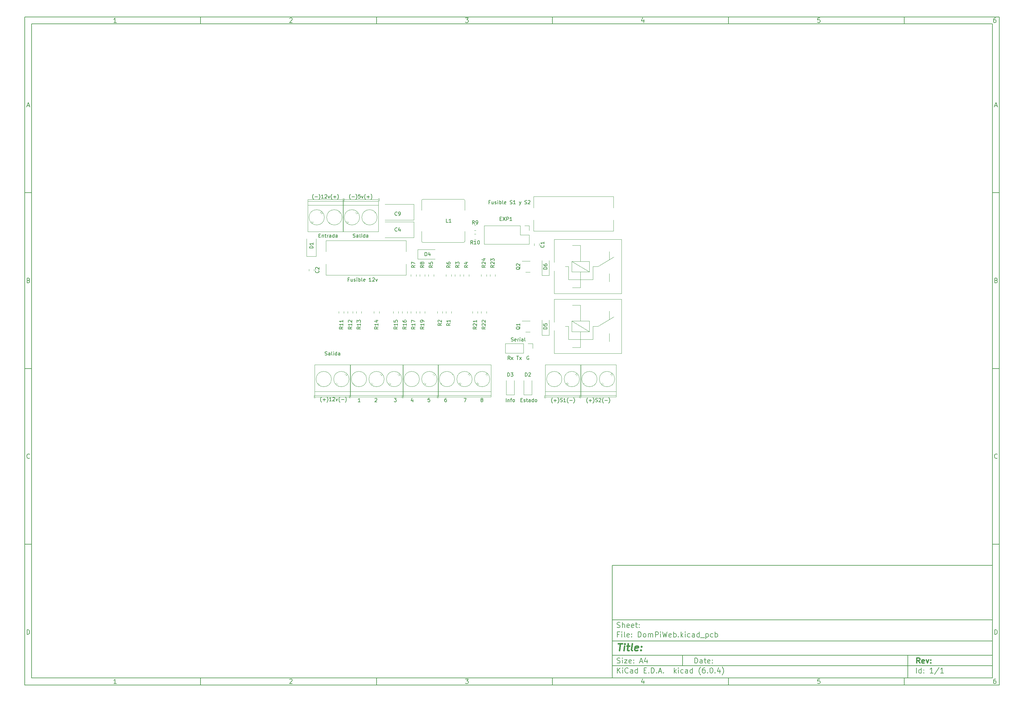
<source format=gbr>
G04 #@! TF.GenerationSoftware,KiCad,Pcbnew,(6.0.4)*
G04 #@! TF.CreationDate,2023-03-28T09:37:15-03:00*
G04 #@! TF.ProjectId,DomPiWeb,446f6d50-6957-4656-922e-6b696361645f,rev?*
G04 #@! TF.SameCoordinates,Original*
G04 #@! TF.FileFunction,Legend,Top*
G04 #@! TF.FilePolarity,Positive*
%FSLAX46Y46*%
G04 Gerber Fmt 4.6, Leading zero omitted, Abs format (unit mm)*
G04 Created by KiCad (PCBNEW (6.0.4)) date 2023-03-28 09:37:15*
%MOMM*%
%LPD*%
G01*
G04 APERTURE LIST*
%ADD10C,0.100000*%
%ADD11C,0.150000*%
%ADD12C,0.300000*%
%ADD13C,0.400000*%
%ADD14C,0.120000*%
G04 APERTURE END LIST*
D10*
D11*
X177002200Y-166007200D02*
X177002200Y-198007200D01*
X285002200Y-198007200D01*
X285002200Y-166007200D01*
X177002200Y-166007200D01*
D10*
D11*
X10000000Y-10000000D02*
X10000000Y-200007200D01*
X287002200Y-200007200D01*
X287002200Y-10000000D01*
X10000000Y-10000000D01*
D10*
D11*
X12000000Y-12000000D02*
X12000000Y-198007200D01*
X285002200Y-198007200D01*
X285002200Y-12000000D01*
X12000000Y-12000000D01*
D10*
D11*
X60000000Y-12000000D02*
X60000000Y-10000000D01*
D10*
D11*
X110000000Y-12000000D02*
X110000000Y-10000000D01*
D10*
D11*
X160000000Y-12000000D02*
X160000000Y-10000000D01*
D10*
D11*
X210000000Y-12000000D02*
X210000000Y-10000000D01*
D10*
D11*
X260000000Y-12000000D02*
X260000000Y-10000000D01*
D10*
D11*
X36065476Y-11588095D02*
X35322619Y-11588095D01*
X35694047Y-11588095D02*
X35694047Y-10288095D01*
X35570238Y-10473809D01*
X35446428Y-10597619D01*
X35322619Y-10659523D01*
D10*
D11*
X85322619Y-10411904D02*
X85384523Y-10350000D01*
X85508333Y-10288095D01*
X85817857Y-10288095D01*
X85941666Y-10350000D01*
X86003571Y-10411904D01*
X86065476Y-10535714D01*
X86065476Y-10659523D01*
X86003571Y-10845238D01*
X85260714Y-11588095D01*
X86065476Y-11588095D01*
D10*
D11*
X135260714Y-10288095D02*
X136065476Y-10288095D01*
X135632142Y-10783333D01*
X135817857Y-10783333D01*
X135941666Y-10845238D01*
X136003571Y-10907142D01*
X136065476Y-11030952D01*
X136065476Y-11340476D01*
X136003571Y-11464285D01*
X135941666Y-11526190D01*
X135817857Y-11588095D01*
X135446428Y-11588095D01*
X135322619Y-11526190D01*
X135260714Y-11464285D01*
D10*
D11*
X185941666Y-10721428D02*
X185941666Y-11588095D01*
X185632142Y-10226190D02*
X185322619Y-11154761D01*
X186127380Y-11154761D01*
D10*
D11*
X236003571Y-10288095D02*
X235384523Y-10288095D01*
X235322619Y-10907142D01*
X235384523Y-10845238D01*
X235508333Y-10783333D01*
X235817857Y-10783333D01*
X235941666Y-10845238D01*
X236003571Y-10907142D01*
X236065476Y-11030952D01*
X236065476Y-11340476D01*
X236003571Y-11464285D01*
X235941666Y-11526190D01*
X235817857Y-11588095D01*
X235508333Y-11588095D01*
X235384523Y-11526190D01*
X235322619Y-11464285D01*
D10*
D11*
X285941666Y-10288095D02*
X285694047Y-10288095D01*
X285570238Y-10350000D01*
X285508333Y-10411904D01*
X285384523Y-10597619D01*
X285322619Y-10845238D01*
X285322619Y-11340476D01*
X285384523Y-11464285D01*
X285446428Y-11526190D01*
X285570238Y-11588095D01*
X285817857Y-11588095D01*
X285941666Y-11526190D01*
X286003571Y-11464285D01*
X286065476Y-11340476D01*
X286065476Y-11030952D01*
X286003571Y-10907142D01*
X285941666Y-10845238D01*
X285817857Y-10783333D01*
X285570238Y-10783333D01*
X285446428Y-10845238D01*
X285384523Y-10907142D01*
X285322619Y-11030952D01*
D10*
D11*
X60000000Y-198007200D02*
X60000000Y-200007200D01*
D10*
D11*
X110000000Y-198007200D02*
X110000000Y-200007200D01*
D10*
D11*
X160000000Y-198007200D02*
X160000000Y-200007200D01*
D10*
D11*
X210000000Y-198007200D02*
X210000000Y-200007200D01*
D10*
D11*
X260000000Y-198007200D02*
X260000000Y-200007200D01*
D10*
D11*
X36065476Y-199595295D02*
X35322619Y-199595295D01*
X35694047Y-199595295D02*
X35694047Y-198295295D01*
X35570238Y-198481009D01*
X35446428Y-198604819D01*
X35322619Y-198666723D01*
D10*
D11*
X85322619Y-198419104D02*
X85384523Y-198357200D01*
X85508333Y-198295295D01*
X85817857Y-198295295D01*
X85941666Y-198357200D01*
X86003571Y-198419104D01*
X86065476Y-198542914D01*
X86065476Y-198666723D01*
X86003571Y-198852438D01*
X85260714Y-199595295D01*
X86065476Y-199595295D01*
D10*
D11*
X135260714Y-198295295D02*
X136065476Y-198295295D01*
X135632142Y-198790533D01*
X135817857Y-198790533D01*
X135941666Y-198852438D01*
X136003571Y-198914342D01*
X136065476Y-199038152D01*
X136065476Y-199347676D01*
X136003571Y-199471485D01*
X135941666Y-199533390D01*
X135817857Y-199595295D01*
X135446428Y-199595295D01*
X135322619Y-199533390D01*
X135260714Y-199471485D01*
D10*
D11*
X185941666Y-198728628D02*
X185941666Y-199595295D01*
X185632142Y-198233390D02*
X185322619Y-199161961D01*
X186127380Y-199161961D01*
D10*
D11*
X236003571Y-198295295D02*
X235384523Y-198295295D01*
X235322619Y-198914342D01*
X235384523Y-198852438D01*
X235508333Y-198790533D01*
X235817857Y-198790533D01*
X235941666Y-198852438D01*
X236003571Y-198914342D01*
X236065476Y-199038152D01*
X236065476Y-199347676D01*
X236003571Y-199471485D01*
X235941666Y-199533390D01*
X235817857Y-199595295D01*
X235508333Y-199595295D01*
X235384523Y-199533390D01*
X235322619Y-199471485D01*
D10*
D11*
X285941666Y-198295295D02*
X285694047Y-198295295D01*
X285570238Y-198357200D01*
X285508333Y-198419104D01*
X285384523Y-198604819D01*
X285322619Y-198852438D01*
X285322619Y-199347676D01*
X285384523Y-199471485D01*
X285446428Y-199533390D01*
X285570238Y-199595295D01*
X285817857Y-199595295D01*
X285941666Y-199533390D01*
X286003571Y-199471485D01*
X286065476Y-199347676D01*
X286065476Y-199038152D01*
X286003571Y-198914342D01*
X285941666Y-198852438D01*
X285817857Y-198790533D01*
X285570238Y-198790533D01*
X285446428Y-198852438D01*
X285384523Y-198914342D01*
X285322619Y-199038152D01*
D10*
D11*
X10000000Y-60000000D02*
X12000000Y-60000000D01*
D10*
D11*
X10000000Y-110000000D02*
X12000000Y-110000000D01*
D10*
D11*
X10000000Y-160000000D02*
X12000000Y-160000000D01*
D10*
D11*
X10690476Y-35216666D02*
X11309523Y-35216666D01*
X10566666Y-35588095D02*
X11000000Y-34288095D01*
X11433333Y-35588095D01*
D10*
D11*
X11092857Y-84907142D02*
X11278571Y-84969047D01*
X11340476Y-85030952D01*
X11402380Y-85154761D01*
X11402380Y-85340476D01*
X11340476Y-85464285D01*
X11278571Y-85526190D01*
X11154761Y-85588095D01*
X10659523Y-85588095D01*
X10659523Y-84288095D01*
X11092857Y-84288095D01*
X11216666Y-84350000D01*
X11278571Y-84411904D01*
X11340476Y-84535714D01*
X11340476Y-84659523D01*
X11278571Y-84783333D01*
X11216666Y-84845238D01*
X11092857Y-84907142D01*
X10659523Y-84907142D01*
D10*
D11*
X11402380Y-135464285D02*
X11340476Y-135526190D01*
X11154761Y-135588095D01*
X11030952Y-135588095D01*
X10845238Y-135526190D01*
X10721428Y-135402380D01*
X10659523Y-135278571D01*
X10597619Y-135030952D01*
X10597619Y-134845238D01*
X10659523Y-134597619D01*
X10721428Y-134473809D01*
X10845238Y-134350000D01*
X11030952Y-134288095D01*
X11154761Y-134288095D01*
X11340476Y-134350000D01*
X11402380Y-134411904D01*
D10*
D11*
X10659523Y-185588095D02*
X10659523Y-184288095D01*
X10969047Y-184288095D01*
X11154761Y-184350000D01*
X11278571Y-184473809D01*
X11340476Y-184597619D01*
X11402380Y-184845238D01*
X11402380Y-185030952D01*
X11340476Y-185278571D01*
X11278571Y-185402380D01*
X11154761Y-185526190D01*
X10969047Y-185588095D01*
X10659523Y-185588095D01*
D10*
D11*
X287002200Y-60000000D02*
X285002200Y-60000000D01*
D10*
D11*
X287002200Y-110000000D02*
X285002200Y-110000000D01*
D10*
D11*
X287002200Y-160000000D02*
X285002200Y-160000000D01*
D10*
D11*
X285692676Y-35216666D02*
X286311723Y-35216666D01*
X285568866Y-35588095D02*
X286002200Y-34288095D01*
X286435533Y-35588095D01*
D10*
D11*
X286095057Y-84907142D02*
X286280771Y-84969047D01*
X286342676Y-85030952D01*
X286404580Y-85154761D01*
X286404580Y-85340476D01*
X286342676Y-85464285D01*
X286280771Y-85526190D01*
X286156961Y-85588095D01*
X285661723Y-85588095D01*
X285661723Y-84288095D01*
X286095057Y-84288095D01*
X286218866Y-84350000D01*
X286280771Y-84411904D01*
X286342676Y-84535714D01*
X286342676Y-84659523D01*
X286280771Y-84783333D01*
X286218866Y-84845238D01*
X286095057Y-84907142D01*
X285661723Y-84907142D01*
D10*
D11*
X286404580Y-135464285D02*
X286342676Y-135526190D01*
X286156961Y-135588095D01*
X286033152Y-135588095D01*
X285847438Y-135526190D01*
X285723628Y-135402380D01*
X285661723Y-135278571D01*
X285599819Y-135030952D01*
X285599819Y-134845238D01*
X285661723Y-134597619D01*
X285723628Y-134473809D01*
X285847438Y-134350000D01*
X286033152Y-134288095D01*
X286156961Y-134288095D01*
X286342676Y-134350000D01*
X286404580Y-134411904D01*
D10*
D11*
X285661723Y-185588095D02*
X285661723Y-184288095D01*
X285971247Y-184288095D01*
X286156961Y-184350000D01*
X286280771Y-184473809D01*
X286342676Y-184597619D01*
X286404580Y-184845238D01*
X286404580Y-185030952D01*
X286342676Y-185278571D01*
X286280771Y-185402380D01*
X286156961Y-185526190D01*
X285971247Y-185588095D01*
X285661723Y-185588095D01*
D10*
D11*
X200434342Y-193785771D02*
X200434342Y-192285771D01*
X200791485Y-192285771D01*
X201005771Y-192357200D01*
X201148628Y-192500057D01*
X201220057Y-192642914D01*
X201291485Y-192928628D01*
X201291485Y-193142914D01*
X201220057Y-193428628D01*
X201148628Y-193571485D01*
X201005771Y-193714342D01*
X200791485Y-193785771D01*
X200434342Y-193785771D01*
X202577200Y-193785771D02*
X202577200Y-193000057D01*
X202505771Y-192857200D01*
X202362914Y-192785771D01*
X202077200Y-192785771D01*
X201934342Y-192857200D01*
X202577200Y-193714342D02*
X202434342Y-193785771D01*
X202077200Y-193785771D01*
X201934342Y-193714342D01*
X201862914Y-193571485D01*
X201862914Y-193428628D01*
X201934342Y-193285771D01*
X202077200Y-193214342D01*
X202434342Y-193214342D01*
X202577200Y-193142914D01*
X203077200Y-192785771D02*
X203648628Y-192785771D01*
X203291485Y-192285771D02*
X203291485Y-193571485D01*
X203362914Y-193714342D01*
X203505771Y-193785771D01*
X203648628Y-193785771D01*
X204720057Y-193714342D02*
X204577200Y-193785771D01*
X204291485Y-193785771D01*
X204148628Y-193714342D01*
X204077200Y-193571485D01*
X204077200Y-193000057D01*
X204148628Y-192857200D01*
X204291485Y-192785771D01*
X204577200Y-192785771D01*
X204720057Y-192857200D01*
X204791485Y-193000057D01*
X204791485Y-193142914D01*
X204077200Y-193285771D01*
X205434342Y-193642914D02*
X205505771Y-193714342D01*
X205434342Y-193785771D01*
X205362914Y-193714342D01*
X205434342Y-193642914D01*
X205434342Y-193785771D01*
X205434342Y-192857200D02*
X205505771Y-192928628D01*
X205434342Y-193000057D01*
X205362914Y-192928628D01*
X205434342Y-192857200D01*
X205434342Y-193000057D01*
D10*
D11*
X177002200Y-194507200D02*
X285002200Y-194507200D01*
D10*
D11*
X178434342Y-196585771D02*
X178434342Y-195085771D01*
X179291485Y-196585771D02*
X178648628Y-195728628D01*
X179291485Y-195085771D02*
X178434342Y-195942914D01*
X179934342Y-196585771D02*
X179934342Y-195585771D01*
X179934342Y-195085771D02*
X179862914Y-195157200D01*
X179934342Y-195228628D01*
X180005771Y-195157200D01*
X179934342Y-195085771D01*
X179934342Y-195228628D01*
X181505771Y-196442914D02*
X181434342Y-196514342D01*
X181220057Y-196585771D01*
X181077200Y-196585771D01*
X180862914Y-196514342D01*
X180720057Y-196371485D01*
X180648628Y-196228628D01*
X180577200Y-195942914D01*
X180577200Y-195728628D01*
X180648628Y-195442914D01*
X180720057Y-195300057D01*
X180862914Y-195157200D01*
X181077200Y-195085771D01*
X181220057Y-195085771D01*
X181434342Y-195157200D01*
X181505771Y-195228628D01*
X182791485Y-196585771D02*
X182791485Y-195800057D01*
X182720057Y-195657200D01*
X182577200Y-195585771D01*
X182291485Y-195585771D01*
X182148628Y-195657200D01*
X182791485Y-196514342D02*
X182648628Y-196585771D01*
X182291485Y-196585771D01*
X182148628Y-196514342D01*
X182077200Y-196371485D01*
X182077200Y-196228628D01*
X182148628Y-196085771D01*
X182291485Y-196014342D01*
X182648628Y-196014342D01*
X182791485Y-195942914D01*
X184148628Y-196585771D02*
X184148628Y-195085771D01*
X184148628Y-196514342D02*
X184005771Y-196585771D01*
X183720057Y-196585771D01*
X183577200Y-196514342D01*
X183505771Y-196442914D01*
X183434342Y-196300057D01*
X183434342Y-195871485D01*
X183505771Y-195728628D01*
X183577200Y-195657200D01*
X183720057Y-195585771D01*
X184005771Y-195585771D01*
X184148628Y-195657200D01*
X186005771Y-195800057D02*
X186505771Y-195800057D01*
X186720057Y-196585771D02*
X186005771Y-196585771D01*
X186005771Y-195085771D01*
X186720057Y-195085771D01*
X187362914Y-196442914D02*
X187434342Y-196514342D01*
X187362914Y-196585771D01*
X187291485Y-196514342D01*
X187362914Y-196442914D01*
X187362914Y-196585771D01*
X188077200Y-196585771D02*
X188077200Y-195085771D01*
X188434342Y-195085771D01*
X188648628Y-195157200D01*
X188791485Y-195300057D01*
X188862914Y-195442914D01*
X188934342Y-195728628D01*
X188934342Y-195942914D01*
X188862914Y-196228628D01*
X188791485Y-196371485D01*
X188648628Y-196514342D01*
X188434342Y-196585771D01*
X188077200Y-196585771D01*
X189577200Y-196442914D02*
X189648628Y-196514342D01*
X189577200Y-196585771D01*
X189505771Y-196514342D01*
X189577200Y-196442914D01*
X189577200Y-196585771D01*
X190220057Y-196157200D02*
X190934342Y-196157200D01*
X190077200Y-196585771D02*
X190577200Y-195085771D01*
X191077200Y-196585771D01*
X191577200Y-196442914D02*
X191648628Y-196514342D01*
X191577200Y-196585771D01*
X191505771Y-196514342D01*
X191577200Y-196442914D01*
X191577200Y-196585771D01*
X194577200Y-196585771D02*
X194577200Y-195085771D01*
X194720057Y-196014342D02*
X195148628Y-196585771D01*
X195148628Y-195585771D02*
X194577200Y-196157200D01*
X195791485Y-196585771D02*
X195791485Y-195585771D01*
X195791485Y-195085771D02*
X195720057Y-195157200D01*
X195791485Y-195228628D01*
X195862914Y-195157200D01*
X195791485Y-195085771D01*
X195791485Y-195228628D01*
X197148628Y-196514342D02*
X197005771Y-196585771D01*
X196720057Y-196585771D01*
X196577200Y-196514342D01*
X196505771Y-196442914D01*
X196434342Y-196300057D01*
X196434342Y-195871485D01*
X196505771Y-195728628D01*
X196577200Y-195657200D01*
X196720057Y-195585771D01*
X197005771Y-195585771D01*
X197148628Y-195657200D01*
X198434342Y-196585771D02*
X198434342Y-195800057D01*
X198362914Y-195657200D01*
X198220057Y-195585771D01*
X197934342Y-195585771D01*
X197791485Y-195657200D01*
X198434342Y-196514342D02*
X198291485Y-196585771D01*
X197934342Y-196585771D01*
X197791485Y-196514342D01*
X197720057Y-196371485D01*
X197720057Y-196228628D01*
X197791485Y-196085771D01*
X197934342Y-196014342D01*
X198291485Y-196014342D01*
X198434342Y-195942914D01*
X199791485Y-196585771D02*
X199791485Y-195085771D01*
X199791485Y-196514342D02*
X199648628Y-196585771D01*
X199362914Y-196585771D01*
X199220057Y-196514342D01*
X199148628Y-196442914D01*
X199077200Y-196300057D01*
X199077200Y-195871485D01*
X199148628Y-195728628D01*
X199220057Y-195657200D01*
X199362914Y-195585771D01*
X199648628Y-195585771D01*
X199791485Y-195657200D01*
X202077200Y-197157200D02*
X202005771Y-197085771D01*
X201862914Y-196871485D01*
X201791485Y-196728628D01*
X201720057Y-196514342D01*
X201648628Y-196157200D01*
X201648628Y-195871485D01*
X201720057Y-195514342D01*
X201791485Y-195300057D01*
X201862914Y-195157200D01*
X202005771Y-194942914D01*
X202077200Y-194871485D01*
X203291485Y-195085771D02*
X203005771Y-195085771D01*
X202862914Y-195157200D01*
X202791485Y-195228628D01*
X202648628Y-195442914D01*
X202577200Y-195728628D01*
X202577200Y-196300057D01*
X202648628Y-196442914D01*
X202720057Y-196514342D01*
X202862914Y-196585771D01*
X203148628Y-196585771D01*
X203291485Y-196514342D01*
X203362914Y-196442914D01*
X203434342Y-196300057D01*
X203434342Y-195942914D01*
X203362914Y-195800057D01*
X203291485Y-195728628D01*
X203148628Y-195657200D01*
X202862914Y-195657200D01*
X202720057Y-195728628D01*
X202648628Y-195800057D01*
X202577200Y-195942914D01*
X204077200Y-196442914D02*
X204148628Y-196514342D01*
X204077200Y-196585771D01*
X204005771Y-196514342D01*
X204077200Y-196442914D01*
X204077200Y-196585771D01*
X205077200Y-195085771D02*
X205220057Y-195085771D01*
X205362914Y-195157200D01*
X205434342Y-195228628D01*
X205505771Y-195371485D01*
X205577200Y-195657200D01*
X205577200Y-196014342D01*
X205505771Y-196300057D01*
X205434342Y-196442914D01*
X205362914Y-196514342D01*
X205220057Y-196585771D01*
X205077200Y-196585771D01*
X204934342Y-196514342D01*
X204862914Y-196442914D01*
X204791485Y-196300057D01*
X204720057Y-196014342D01*
X204720057Y-195657200D01*
X204791485Y-195371485D01*
X204862914Y-195228628D01*
X204934342Y-195157200D01*
X205077200Y-195085771D01*
X206220057Y-196442914D02*
X206291485Y-196514342D01*
X206220057Y-196585771D01*
X206148628Y-196514342D01*
X206220057Y-196442914D01*
X206220057Y-196585771D01*
X207577200Y-195585771D02*
X207577200Y-196585771D01*
X207220057Y-195014342D02*
X206862914Y-196085771D01*
X207791485Y-196085771D01*
X208220057Y-197157200D02*
X208291485Y-197085771D01*
X208434342Y-196871485D01*
X208505771Y-196728628D01*
X208577200Y-196514342D01*
X208648628Y-196157200D01*
X208648628Y-195871485D01*
X208577200Y-195514342D01*
X208505771Y-195300057D01*
X208434342Y-195157200D01*
X208291485Y-194942914D01*
X208220057Y-194871485D01*
D10*
D11*
X177002200Y-191507200D02*
X285002200Y-191507200D01*
D10*
D12*
X264411485Y-193785771D02*
X263911485Y-193071485D01*
X263554342Y-193785771D02*
X263554342Y-192285771D01*
X264125771Y-192285771D01*
X264268628Y-192357200D01*
X264340057Y-192428628D01*
X264411485Y-192571485D01*
X264411485Y-192785771D01*
X264340057Y-192928628D01*
X264268628Y-193000057D01*
X264125771Y-193071485D01*
X263554342Y-193071485D01*
X265625771Y-193714342D02*
X265482914Y-193785771D01*
X265197200Y-193785771D01*
X265054342Y-193714342D01*
X264982914Y-193571485D01*
X264982914Y-193000057D01*
X265054342Y-192857200D01*
X265197200Y-192785771D01*
X265482914Y-192785771D01*
X265625771Y-192857200D01*
X265697200Y-193000057D01*
X265697200Y-193142914D01*
X264982914Y-193285771D01*
X266197200Y-192785771D02*
X266554342Y-193785771D01*
X266911485Y-192785771D01*
X267482914Y-193642914D02*
X267554342Y-193714342D01*
X267482914Y-193785771D01*
X267411485Y-193714342D01*
X267482914Y-193642914D01*
X267482914Y-193785771D01*
X267482914Y-192857200D02*
X267554342Y-192928628D01*
X267482914Y-193000057D01*
X267411485Y-192928628D01*
X267482914Y-192857200D01*
X267482914Y-193000057D01*
D10*
D11*
X178362914Y-193714342D02*
X178577200Y-193785771D01*
X178934342Y-193785771D01*
X179077200Y-193714342D01*
X179148628Y-193642914D01*
X179220057Y-193500057D01*
X179220057Y-193357200D01*
X179148628Y-193214342D01*
X179077200Y-193142914D01*
X178934342Y-193071485D01*
X178648628Y-193000057D01*
X178505771Y-192928628D01*
X178434342Y-192857200D01*
X178362914Y-192714342D01*
X178362914Y-192571485D01*
X178434342Y-192428628D01*
X178505771Y-192357200D01*
X178648628Y-192285771D01*
X179005771Y-192285771D01*
X179220057Y-192357200D01*
X179862914Y-193785771D02*
X179862914Y-192785771D01*
X179862914Y-192285771D02*
X179791485Y-192357200D01*
X179862914Y-192428628D01*
X179934342Y-192357200D01*
X179862914Y-192285771D01*
X179862914Y-192428628D01*
X180434342Y-192785771D02*
X181220057Y-192785771D01*
X180434342Y-193785771D01*
X181220057Y-193785771D01*
X182362914Y-193714342D02*
X182220057Y-193785771D01*
X181934342Y-193785771D01*
X181791485Y-193714342D01*
X181720057Y-193571485D01*
X181720057Y-193000057D01*
X181791485Y-192857200D01*
X181934342Y-192785771D01*
X182220057Y-192785771D01*
X182362914Y-192857200D01*
X182434342Y-193000057D01*
X182434342Y-193142914D01*
X181720057Y-193285771D01*
X183077200Y-193642914D02*
X183148628Y-193714342D01*
X183077200Y-193785771D01*
X183005771Y-193714342D01*
X183077200Y-193642914D01*
X183077200Y-193785771D01*
X183077200Y-192857200D02*
X183148628Y-192928628D01*
X183077200Y-193000057D01*
X183005771Y-192928628D01*
X183077200Y-192857200D01*
X183077200Y-193000057D01*
X184862914Y-193357200D02*
X185577200Y-193357200D01*
X184720057Y-193785771D02*
X185220057Y-192285771D01*
X185720057Y-193785771D01*
X186862914Y-192785771D02*
X186862914Y-193785771D01*
X186505771Y-192214342D02*
X186148628Y-193285771D01*
X187077200Y-193285771D01*
D10*
D11*
X263434342Y-196585771D02*
X263434342Y-195085771D01*
X264791485Y-196585771D02*
X264791485Y-195085771D01*
X264791485Y-196514342D02*
X264648628Y-196585771D01*
X264362914Y-196585771D01*
X264220057Y-196514342D01*
X264148628Y-196442914D01*
X264077200Y-196300057D01*
X264077200Y-195871485D01*
X264148628Y-195728628D01*
X264220057Y-195657200D01*
X264362914Y-195585771D01*
X264648628Y-195585771D01*
X264791485Y-195657200D01*
X265505771Y-196442914D02*
X265577200Y-196514342D01*
X265505771Y-196585771D01*
X265434342Y-196514342D01*
X265505771Y-196442914D01*
X265505771Y-196585771D01*
X265505771Y-195657200D02*
X265577200Y-195728628D01*
X265505771Y-195800057D01*
X265434342Y-195728628D01*
X265505771Y-195657200D01*
X265505771Y-195800057D01*
X268148628Y-196585771D02*
X267291485Y-196585771D01*
X267720057Y-196585771D02*
X267720057Y-195085771D01*
X267577200Y-195300057D01*
X267434342Y-195442914D01*
X267291485Y-195514342D01*
X269862914Y-195014342D02*
X268577200Y-196942914D01*
X271148628Y-196585771D02*
X270291485Y-196585771D01*
X270720057Y-196585771D02*
X270720057Y-195085771D01*
X270577200Y-195300057D01*
X270434342Y-195442914D01*
X270291485Y-195514342D01*
D10*
D11*
X177002200Y-187507200D02*
X285002200Y-187507200D01*
D10*
D13*
X178714580Y-188211961D02*
X179857438Y-188211961D01*
X179036009Y-190211961D02*
X179286009Y-188211961D01*
X180274104Y-190211961D02*
X180440771Y-188878628D01*
X180524104Y-188211961D02*
X180416961Y-188307200D01*
X180500295Y-188402438D01*
X180607438Y-188307200D01*
X180524104Y-188211961D01*
X180500295Y-188402438D01*
X181107438Y-188878628D02*
X181869342Y-188878628D01*
X181476485Y-188211961D02*
X181262200Y-189926247D01*
X181333628Y-190116723D01*
X181512200Y-190211961D01*
X181702676Y-190211961D01*
X182655057Y-190211961D02*
X182476485Y-190116723D01*
X182405057Y-189926247D01*
X182619342Y-188211961D01*
X184190771Y-190116723D02*
X183988390Y-190211961D01*
X183607438Y-190211961D01*
X183428866Y-190116723D01*
X183357438Y-189926247D01*
X183452676Y-189164342D01*
X183571723Y-188973866D01*
X183774104Y-188878628D01*
X184155057Y-188878628D01*
X184333628Y-188973866D01*
X184405057Y-189164342D01*
X184381247Y-189354819D01*
X183405057Y-189545295D01*
X185155057Y-190021485D02*
X185238390Y-190116723D01*
X185131247Y-190211961D01*
X185047914Y-190116723D01*
X185155057Y-190021485D01*
X185131247Y-190211961D01*
X185286009Y-188973866D02*
X185369342Y-189069104D01*
X185262200Y-189164342D01*
X185178866Y-189069104D01*
X185286009Y-188973866D01*
X185262200Y-189164342D01*
D10*
D11*
X178934342Y-185600057D02*
X178434342Y-185600057D01*
X178434342Y-186385771D02*
X178434342Y-184885771D01*
X179148628Y-184885771D01*
X179720057Y-186385771D02*
X179720057Y-185385771D01*
X179720057Y-184885771D02*
X179648628Y-184957200D01*
X179720057Y-185028628D01*
X179791485Y-184957200D01*
X179720057Y-184885771D01*
X179720057Y-185028628D01*
X180648628Y-186385771D02*
X180505771Y-186314342D01*
X180434342Y-186171485D01*
X180434342Y-184885771D01*
X181791485Y-186314342D02*
X181648628Y-186385771D01*
X181362914Y-186385771D01*
X181220057Y-186314342D01*
X181148628Y-186171485D01*
X181148628Y-185600057D01*
X181220057Y-185457200D01*
X181362914Y-185385771D01*
X181648628Y-185385771D01*
X181791485Y-185457200D01*
X181862914Y-185600057D01*
X181862914Y-185742914D01*
X181148628Y-185885771D01*
X182505771Y-186242914D02*
X182577200Y-186314342D01*
X182505771Y-186385771D01*
X182434342Y-186314342D01*
X182505771Y-186242914D01*
X182505771Y-186385771D01*
X182505771Y-185457200D02*
X182577200Y-185528628D01*
X182505771Y-185600057D01*
X182434342Y-185528628D01*
X182505771Y-185457200D01*
X182505771Y-185600057D01*
X184362914Y-186385771D02*
X184362914Y-184885771D01*
X184720057Y-184885771D01*
X184934342Y-184957200D01*
X185077200Y-185100057D01*
X185148628Y-185242914D01*
X185220057Y-185528628D01*
X185220057Y-185742914D01*
X185148628Y-186028628D01*
X185077200Y-186171485D01*
X184934342Y-186314342D01*
X184720057Y-186385771D01*
X184362914Y-186385771D01*
X186077200Y-186385771D02*
X185934342Y-186314342D01*
X185862914Y-186242914D01*
X185791485Y-186100057D01*
X185791485Y-185671485D01*
X185862914Y-185528628D01*
X185934342Y-185457200D01*
X186077200Y-185385771D01*
X186291485Y-185385771D01*
X186434342Y-185457200D01*
X186505771Y-185528628D01*
X186577200Y-185671485D01*
X186577200Y-186100057D01*
X186505771Y-186242914D01*
X186434342Y-186314342D01*
X186291485Y-186385771D01*
X186077200Y-186385771D01*
X187220057Y-186385771D02*
X187220057Y-185385771D01*
X187220057Y-185528628D02*
X187291485Y-185457200D01*
X187434342Y-185385771D01*
X187648628Y-185385771D01*
X187791485Y-185457200D01*
X187862914Y-185600057D01*
X187862914Y-186385771D01*
X187862914Y-185600057D02*
X187934342Y-185457200D01*
X188077200Y-185385771D01*
X188291485Y-185385771D01*
X188434342Y-185457200D01*
X188505771Y-185600057D01*
X188505771Y-186385771D01*
X189220057Y-186385771D02*
X189220057Y-184885771D01*
X189791485Y-184885771D01*
X189934342Y-184957200D01*
X190005771Y-185028628D01*
X190077200Y-185171485D01*
X190077200Y-185385771D01*
X190005771Y-185528628D01*
X189934342Y-185600057D01*
X189791485Y-185671485D01*
X189220057Y-185671485D01*
X190720057Y-186385771D02*
X190720057Y-185385771D01*
X190720057Y-184885771D02*
X190648628Y-184957200D01*
X190720057Y-185028628D01*
X190791485Y-184957200D01*
X190720057Y-184885771D01*
X190720057Y-185028628D01*
X191291485Y-184885771D02*
X191648628Y-186385771D01*
X191934342Y-185314342D01*
X192220057Y-186385771D01*
X192577200Y-184885771D01*
X193720057Y-186314342D02*
X193577200Y-186385771D01*
X193291485Y-186385771D01*
X193148628Y-186314342D01*
X193077200Y-186171485D01*
X193077200Y-185600057D01*
X193148628Y-185457200D01*
X193291485Y-185385771D01*
X193577200Y-185385771D01*
X193720057Y-185457200D01*
X193791485Y-185600057D01*
X193791485Y-185742914D01*
X193077200Y-185885771D01*
X194434342Y-186385771D02*
X194434342Y-184885771D01*
X194434342Y-185457200D02*
X194577200Y-185385771D01*
X194862914Y-185385771D01*
X195005771Y-185457200D01*
X195077200Y-185528628D01*
X195148628Y-185671485D01*
X195148628Y-186100057D01*
X195077200Y-186242914D01*
X195005771Y-186314342D01*
X194862914Y-186385771D01*
X194577200Y-186385771D01*
X194434342Y-186314342D01*
X195791485Y-186242914D02*
X195862914Y-186314342D01*
X195791485Y-186385771D01*
X195720057Y-186314342D01*
X195791485Y-186242914D01*
X195791485Y-186385771D01*
X196505771Y-186385771D02*
X196505771Y-184885771D01*
X196648628Y-185814342D02*
X197077200Y-186385771D01*
X197077200Y-185385771D02*
X196505771Y-185957200D01*
X197720057Y-186385771D02*
X197720057Y-185385771D01*
X197720057Y-184885771D02*
X197648628Y-184957200D01*
X197720057Y-185028628D01*
X197791485Y-184957200D01*
X197720057Y-184885771D01*
X197720057Y-185028628D01*
X199077200Y-186314342D02*
X198934342Y-186385771D01*
X198648628Y-186385771D01*
X198505771Y-186314342D01*
X198434342Y-186242914D01*
X198362914Y-186100057D01*
X198362914Y-185671485D01*
X198434342Y-185528628D01*
X198505771Y-185457200D01*
X198648628Y-185385771D01*
X198934342Y-185385771D01*
X199077200Y-185457200D01*
X200362914Y-186385771D02*
X200362914Y-185600057D01*
X200291485Y-185457200D01*
X200148628Y-185385771D01*
X199862914Y-185385771D01*
X199720057Y-185457200D01*
X200362914Y-186314342D02*
X200220057Y-186385771D01*
X199862914Y-186385771D01*
X199720057Y-186314342D01*
X199648628Y-186171485D01*
X199648628Y-186028628D01*
X199720057Y-185885771D01*
X199862914Y-185814342D01*
X200220057Y-185814342D01*
X200362914Y-185742914D01*
X201720057Y-186385771D02*
X201720057Y-184885771D01*
X201720057Y-186314342D02*
X201577200Y-186385771D01*
X201291485Y-186385771D01*
X201148628Y-186314342D01*
X201077200Y-186242914D01*
X201005771Y-186100057D01*
X201005771Y-185671485D01*
X201077200Y-185528628D01*
X201148628Y-185457200D01*
X201291485Y-185385771D01*
X201577200Y-185385771D01*
X201720057Y-185457200D01*
X202077200Y-186528628D02*
X203220057Y-186528628D01*
X203577200Y-185385771D02*
X203577200Y-186885771D01*
X203577200Y-185457200D02*
X203720057Y-185385771D01*
X204005771Y-185385771D01*
X204148628Y-185457200D01*
X204220057Y-185528628D01*
X204291485Y-185671485D01*
X204291485Y-186100057D01*
X204220057Y-186242914D01*
X204148628Y-186314342D01*
X204005771Y-186385771D01*
X203720057Y-186385771D01*
X203577200Y-186314342D01*
X205577200Y-186314342D02*
X205434342Y-186385771D01*
X205148628Y-186385771D01*
X205005771Y-186314342D01*
X204934342Y-186242914D01*
X204862914Y-186100057D01*
X204862914Y-185671485D01*
X204934342Y-185528628D01*
X205005771Y-185457200D01*
X205148628Y-185385771D01*
X205434342Y-185385771D01*
X205577200Y-185457200D01*
X206220057Y-186385771D02*
X206220057Y-184885771D01*
X206220057Y-185457200D02*
X206362914Y-185385771D01*
X206648628Y-185385771D01*
X206791485Y-185457200D01*
X206862914Y-185528628D01*
X206934342Y-185671485D01*
X206934342Y-186100057D01*
X206862914Y-186242914D01*
X206791485Y-186314342D01*
X206648628Y-186385771D01*
X206362914Y-186385771D01*
X206220057Y-186314342D01*
D10*
D11*
X177002200Y-181507200D02*
X285002200Y-181507200D01*
D10*
D11*
X178362914Y-183614342D02*
X178577200Y-183685771D01*
X178934342Y-183685771D01*
X179077200Y-183614342D01*
X179148628Y-183542914D01*
X179220057Y-183400057D01*
X179220057Y-183257200D01*
X179148628Y-183114342D01*
X179077200Y-183042914D01*
X178934342Y-182971485D01*
X178648628Y-182900057D01*
X178505771Y-182828628D01*
X178434342Y-182757200D01*
X178362914Y-182614342D01*
X178362914Y-182471485D01*
X178434342Y-182328628D01*
X178505771Y-182257200D01*
X178648628Y-182185771D01*
X179005771Y-182185771D01*
X179220057Y-182257200D01*
X179862914Y-183685771D02*
X179862914Y-182185771D01*
X180505771Y-183685771D02*
X180505771Y-182900057D01*
X180434342Y-182757200D01*
X180291485Y-182685771D01*
X180077200Y-182685771D01*
X179934342Y-182757200D01*
X179862914Y-182828628D01*
X181791485Y-183614342D02*
X181648628Y-183685771D01*
X181362914Y-183685771D01*
X181220057Y-183614342D01*
X181148628Y-183471485D01*
X181148628Y-182900057D01*
X181220057Y-182757200D01*
X181362914Y-182685771D01*
X181648628Y-182685771D01*
X181791485Y-182757200D01*
X181862914Y-182900057D01*
X181862914Y-183042914D01*
X181148628Y-183185771D01*
X183077200Y-183614342D02*
X182934342Y-183685771D01*
X182648628Y-183685771D01*
X182505771Y-183614342D01*
X182434342Y-183471485D01*
X182434342Y-182900057D01*
X182505771Y-182757200D01*
X182648628Y-182685771D01*
X182934342Y-182685771D01*
X183077200Y-182757200D01*
X183148628Y-182900057D01*
X183148628Y-183042914D01*
X182434342Y-183185771D01*
X183577200Y-182685771D02*
X184148628Y-182685771D01*
X183791485Y-182185771D02*
X183791485Y-183471485D01*
X183862914Y-183614342D01*
X184005771Y-183685771D01*
X184148628Y-183685771D01*
X184648628Y-183542914D02*
X184720057Y-183614342D01*
X184648628Y-183685771D01*
X184577200Y-183614342D01*
X184648628Y-183542914D01*
X184648628Y-183685771D01*
X184648628Y-182757200D02*
X184720057Y-182828628D01*
X184648628Y-182900057D01*
X184577200Y-182828628D01*
X184648628Y-182757200D01*
X184648628Y-182900057D01*
D10*
D12*
D10*
D11*
D10*
D11*
D10*
D11*
D10*
D11*
D10*
D11*
X197002200Y-191507200D02*
X197002200Y-194507200D01*
D10*
D11*
X261002200Y-191507200D02*
X261002200Y-198007200D01*
X105357142Y-119452380D02*
X104785714Y-119452380D01*
X105071428Y-119452380D02*
X105071428Y-118452380D01*
X104976190Y-118595238D01*
X104880952Y-118690476D01*
X104785714Y-118738095D01*
X109547619Y-118547619D02*
X109595238Y-118500000D01*
X109690476Y-118452380D01*
X109928571Y-118452380D01*
X110023809Y-118500000D01*
X110071428Y-118547619D01*
X110119047Y-118642857D01*
X110119047Y-118738095D01*
X110071428Y-118880952D01*
X109500000Y-119452380D01*
X110119047Y-119452380D01*
X115023809Y-118452380D02*
X115642857Y-118452380D01*
X115309523Y-118833333D01*
X115452380Y-118833333D01*
X115547619Y-118880952D01*
X115595238Y-118928571D01*
X115642857Y-119023809D01*
X115642857Y-119261904D01*
X115595238Y-119357142D01*
X115547619Y-119404761D01*
X115452380Y-119452380D01*
X115166666Y-119452380D01*
X115071428Y-119404761D01*
X115023809Y-119357142D01*
X120309523Y-118785714D02*
X120309523Y-119452380D01*
X120071428Y-118404761D02*
X119833333Y-119119047D01*
X120452380Y-119119047D01*
X125119047Y-118452380D02*
X124642857Y-118452380D01*
X124595238Y-118928571D01*
X124642857Y-118880952D01*
X124738095Y-118833333D01*
X124976190Y-118833333D01*
X125071428Y-118880952D01*
X125119047Y-118928571D01*
X125166666Y-119023809D01*
X125166666Y-119261904D01*
X125119047Y-119357142D01*
X125071428Y-119404761D01*
X124976190Y-119452380D01*
X124738095Y-119452380D01*
X124642857Y-119404761D01*
X124595238Y-119357142D01*
X129833333Y-118452380D02*
X129642857Y-118452380D01*
X129547619Y-118500000D01*
X129499999Y-118547619D01*
X129404761Y-118690476D01*
X129357142Y-118880952D01*
X129357142Y-119261904D01*
X129404761Y-119357142D01*
X129452380Y-119404761D01*
X129547619Y-119452380D01*
X129738095Y-119452380D01*
X129833333Y-119404761D01*
X129880952Y-119357142D01*
X129928571Y-119261904D01*
X129928571Y-119023809D01*
X129880952Y-118928571D01*
X129833333Y-118880952D01*
X129738095Y-118833333D01*
X129547619Y-118833333D01*
X129452380Y-118880952D01*
X129404761Y-118928571D01*
X129357142Y-119023809D01*
X134833333Y-118452380D02*
X135499999Y-118452380D01*
X135071428Y-119452380D01*
X139833333Y-118880952D02*
X139738095Y-118833333D01*
X139690476Y-118785714D01*
X139642857Y-118690476D01*
X139642857Y-118642857D01*
X139690476Y-118547619D01*
X139738095Y-118500000D01*
X139833333Y-118452380D01*
X140023809Y-118452380D01*
X140119047Y-118500000D01*
X140166666Y-118547619D01*
X140214285Y-118642857D01*
X140214285Y-118690476D01*
X140166666Y-118785714D01*
X140119047Y-118833333D01*
X140023809Y-118880952D01*
X139833333Y-118880952D01*
X139738095Y-118928571D01*
X139690476Y-118976190D01*
X139642857Y-119071428D01*
X139642857Y-119261904D01*
X139690476Y-119357142D01*
X139738095Y-119404761D01*
X139833333Y-119452380D01*
X140023809Y-119452380D01*
X140119047Y-119404761D01*
X140166666Y-119357142D01*
X140214285Y-119261904D01*
X140214285Y-119071428D01*
X140166666Y-118976190D01*
X140119047Y-118928571D01*
X140023809Y-118880952D01*
X103357142Y-72654761D02*
X103500000Y-72702380D01*
X103738095Y-72702380D01*
X103833333Y-72654761D01*
X103880952Y-72607142D01*
X103928571Y-72511904D01*
X103928571Y-72416666D01*
X103880952Y-72321428D01*
X103833333Y-72273809D01*
X103738095Y-72226190D01*
X103547619Y-72178571D01*
X103452380Y-72130952D01*
X103404761Y-72083333D01*
X103357142Y-71988095D01*
X103357142Y-71892857D01*
X103404761Y-71797619D01*
X103452380Y-71750000D01*
X103547619Y-71702380D01*
X103785714Y-71702380D01*
X103928571Y-71750000D01*
X104785714Y-72702380D02*
X104785714Y-72178571D01*
X104738095Y-72083333D01*
X104642857Y-72035714D01*
X104452380Y-72035714D01*
X104357142Y-72083333D01*
X104785714Y-72654761D02*
X104690476Y-72702380D01*
X104452380Y-72702380D01*
X104357142Y-72654761D01*
X104309523Y-72559523D01*
X104309523Y-72464285D01*
X104357142Y-72369047D01*
X104452380Y-72321428D01*
X104690476Y-72321428D01*
X104785714Y-72273809D01*
X105404761Y-72702380D02*
X105309523Y-72654761D01*
X105261904Y-72559523D01*
X105261904Y-71702380D01*
X105785714Y-72702380D02*
X105785714Y-72035714D01*
X105785714Y-71702380D02*
X105738095Y-71750000D01*
X105785714Y-71797619D01*
X105833333Y-71750000D01*
X105785714Y-71702380D01*
X105785714Y-71797619D01*
X106690476Y-72702380D02*
X106690476Y-71702380D01*
X106690476Y-72654761D02*
X106595238Y-72702380D01*
X106404761Y-72702380D01*
X106309523Y-72654761D01*
X106261904Y-72607142D01*
X106214285Y-72511904D01*
X106214285Y-72226190D01*
X106261904Y-72130952D01*
X106309523Y-72083333D01*
X106404761Y-72035714D01*
X106595238Y-72035714D01*
X106690476Y-72083333D01*
X107595238Y-72702380D02*
X107595238Y-72178571D01*
X107547619Y-72083333D01*
X107452380Y-72035714D01*
X107261904Y-72035714D01*
X107166666Y-72083333D01*
X107595238Y-72654761D02*
X107500000Y-72702380D01*
X107261904Y-72702380D01*
X107166666Y-72654761D01*
X107119047Y-72559523D01*
X107119047Y-72464285D01*
X107166666Y-72369047D01*
X107261904Y-72321428D01*
X107500000Y-72321428D01*
X107595238Y-72273809D01*
X150988095Y-118928571D02*
X151321428Y-118928571D01*
X151464285Y-119452380D02*
X150988095Y-119452380D01*
X150988095Y-118452380D01*
X151464285Y-118452380D01*
X151845238Y-119404761D02*
X151940476Y-119452380D01*
X152130952Y-119452380D01*
X152226190Y-119404761D01*
X152273809Y-119309523D01*
X152273809Y-119261904D01*
X152226190Y-119166666D01*
X152130952Y-119119047D01*
X151988095Y-119119047D01*
X151892857Y-119071428D01*
X151845238Y-118976190D01*
X151845238Y-118928571D01*
X151892857Y-118833333D01*
X151988095Y-118785714D01*
X152130952Y-118785714D01*
X152226190Y-118833333D01*
X152559523Y-118785714D02*
X152940476Y-118785714D01*
X152702380Y-118452380D02*
X152702380Y-119309523D01*
X152750000Y-119404761D01*
X152845238Y-119452380D01*
X152940476Y-119452380D01*
X153702380Y-119452380D02*
X153702380Y-118928571D01*
X153654761Y-118833333D01*
X153559523Y-118785714D01*
X153369047Y-118785714D01*
X153273809Y-118833333D01*
X153702380Y-119404761D02*
X153607142Y-119452380D01*
X153369047Y-119452380D01*
X153273809Y-119404761D01*
X153226190Y-119309523D01*
X153226190Y-119214285D01*
X153273809Y-119119047D01*
X153369047Y-119071428D01*
X153607142Y-119071428D01*
X153702380Y-119023809D01*
X154607142Y-119452380D02*
X154607142Y-118452380D01*
X154607142Y-119404761D02*
X154511904Y-119452380D01*
X154321428Y-119452380D01*
X154226190Y-119404761D01*
X154178571Y-119357142D01*
X154130952Y-119261904D01*
X154130952Y-118976190D01*
X154178571Y-118880952D01*
X154226190Y-118833333D01*
X154321428Y-118785714D01*
X154511904Y-118785714D01*
X154607142Y-118833333D01*
X155226190Y-119452380D02*
X155130952Y-119404761D01*
X155083333Y-119357142D01*
X155035714Y-119261904D01*
X155035714Y-118976190D01*
X155083333Y-118880952D01*
X155130952Y-118833333D01*
X155226190Y-118785714D01*
X155369047Y-118785714D01*
X155464285Y-118833333D01*
X155511904Y-118880952D01*
X155559523Y-118976190D01*
X155559523Y-119261904D01*
X155511904Y-119357142D01*
X155464285Y-119404761D01*
X155369047Y-119452380D01*
X155226190Y-119452380D01*
X153261904Y-106500000D02*
X153166666Y-106452380D01*
X153023809Y-106452380D01*
X152880952Y-106500000D01*
X152785714Y-106595238D01*
X152738095Y-106690476D01*
X152690476Y-106880952D01*
X152690476Y-107023809D01*
X152738095Y-107214285D01*
X152785714Y-107309523D01*
X152880952Y-107404761D01*
X153023809Y-107452380D01*
X153119047Y-107452380D01*
X153261904Y-107404761D01*
X153309523Y-107357142D01*
X153309523Y-107023809D01*
X153119047Y-107023809D01*
X146809523Y-119452380D02*
X146809523Y-118452380D01*
X147285714Y-118785714D02*
X147285714Y-119452380D01*
X147285714Y-118880952D02*
X147333333Y-118833333D01*
X147428571Y-118785714D01*
X147571428Y-118785714D01*
X147666666Y-118833333D01*
X147714285Y-118928571D01*
X147714285Y-119452380D01*
X148047619Y-118785714D02*
X148428571Y-118785714D01*
X148190476Y-119452380D02*
X148190476Y-118595238D01*
X148238095Y-118500000D01*
X148333333Y-118452380D01*
X148428571Y-118452380D01*
X148904761Y-119452380D02*
X148809523Y-119404761D01*
X148761904Y-119357142D01*
X148714285Y-119261904D01*
X148714285Y-118976190D01*
X148761904Y-118880952D01*
X148809523Y-118833333D01*
X148904761Y-118785714D01*
X149047619Y-118785714D01*
X149142857Y-118833333D01*
X149190476Y-118880952D01*
X149238095Y-118976190D01*
X149238095Y-119261904D01*
X149190476Y-119357142D01*
X149142857Y-119404761D01*
X149047619Y-119452380D01*
X148904761Y-119452380D01*
X147904761Y-107452380D02*
X147571428Y-106976190D01*
X147333333Y-107452380D02*
X147333333Y-106452380D01*
X147714285Y-106452380D01*
X147809523Y-106500000D01*
X147857142Y-106547619D01*
X147904761Y-106642857D01*
X147904761Y-106785714D01*
X147857142Y-106880952D01*
X147809523Y-106928571D01*
X147714285Y-106976190D01*
X147333333Y-106976190D01*
X148238095Y-107452380D02*
X148761904Y-106785714D01*
X148238095Y-106785714D02*
X148761904Y-107452380D01*
X102190476Y-84678571D02*
X101857142Y-84678571D01*
X101857142Y-85202380D02*
X101857142Y-84202380D01*
X102333333Y-84202380D01*
X103142857Y-84535714D02*
X103142857Y-85202380D01*
X102714285Y-84535714D02*
X102714285Y-85059523D01*
X102761904Y-85154761D01*
X102857142Y-85202380D01*
X103000000Y-85202380D01*
X103095238Y-85154761D01*
X103142857Y-85107142D01*
X103571428Y-85154761D02*
X103666666Y-85202380D01*
X103857142Y-85202380D01*
X103952380Y-85154761D01*
X104000000Y-85059523D01*
X104000000Y-85011904D01*
X103952380Y-84916666D01*
X103857142Y-84869047D01*
X103714285Y-84869047D01*
X103619047Y-84821428D01*
X103571428Y-84726190D01*
X103571428Y-84678571D01*
X103619047Y-84583333D01*
X103714285Y-84535714D01*
X103857142Y-84535714D01*
X103952380Y-84583333D01*
X104428571Y-85202380D02*
X104428571Y-84535714D01*
X104428571Y-84202380D02*
X104380952Y-84250000D01*
X104428571Y-84297619D01*
X104476190Y-84250000D01*
X104428571Y-84202380D01*
X104428571Y-84297619D01*
X104904761Y-85202380D02*
X104904761Y-84202380D01*
X104904761Y-84583333D02*
X105000000Y-84535714D01*
X105190476Y-84535714D01*
X105285714Y-84583333D01*
X105333333Y-84630952D01*
X105380952Y-84726190D01*
X105380952Y-85011904D01*
X105333333Y-85107142D01*
X105285714Y-85154761D01*
X105190476Y-85202380D01*
X105000000Y-85202380D01*
X104904761Y-85154761D01*
X105952380Y-85202380D02*
X105857142Y-85154761D01*
X105809523Y-85059523D01*
X105809523Y-84202380D01*
X106714285Y-85154761D02*
X106619047Y-85202380D01*
X106428571Y-85202380D01*
X106333333Y-85154761D01*
X106285714Y-85059523D01*
X106285714Y-84678571D01*
X106333333Y-84583333D01*
X106428571Y-84535714D01*
X106619047Y-84535714D01*
X106714285Y-84583333D01*
X106761904Y-84678571D01*
X106761904Y-84773809D01*
X106285714Y-84869047D01*
X108476190Y-85202380D02*
X107904761Y-85202380D01*
X108190476Y-85202380D02*
X108190476Y-84202380D01*
X108095238Y-84345238D01*
X108000000Y-84440476D01*
X107904761Y-84488095D01*
X108857142Y-84297619D02*
X108904761Y-84250000D01*
X109000000Y-84202380D01*
X109238095Y-84202380D01*
X109333333Y-84250000D01*
X109380952Y-84297619D01*
X109428571Y-84392857D01*
X109428571Y-84488095D01*
X109380952Y-84630952D01*
X108809523Y-85202380D01*
X109428571Y-85202380D01*
X109761904Y-84535714D02*
X110000000Y-85202380D01*
X110238095Y-84535714D01*
X93630952Y-72178571D02*
X93964285Y-72178571D01*
X94107142Y-72702380D02*
X93630952Y-72702380D01*
X93630952Y-71702380D01*
X94107142Y-71702380D01*
X94535714Y-72035714D02*
X94535714Y-72702380D01*
X94535714Y-72130952D02*
X94583333Y-72083333D01*
X94678571Y-72035714D01*
X94821428Y-72035714D01*
X94916666Y-72083333D01*
X94964285Y-72178571D01*
X94964285Y-72702380D01*
X95297619Y-72035714D02*
X95678571Y-72035714D01*
X95440476Y-71702380D02*
X95440476Y-72559523D01*
X95488095Y-72654761D01*
X95583333Y-72702380D01*
X95678571Y-72702380D01*
X96011904Y-72702380D02*
X96011904Y-72035714D01*
X96011904Y-72226190D02*
X96059523Y-72130952D01*
X96107142Y-72083333D01*
X96202380Y-72035714D01*
X96297619Y-72035714D01*
X97059523Y-72702380D02*
X97059523Y-72178571D01*
X97011904Y-72083333D01*
X96916666Y-72035714D01*
X96726190Y-72035714D01*
X96630952Y-72083333D01*
X97059523Y-72654761D02*
X96964285Y-72702380D01*
X96726190Y-72702380D01*
X96630952Y-72654761D01*
X96583333Y-72559523D01*
X96583333Y-72464285D01*
X96630952Y-72369047D01*
X96726190Y-72321428D01*
X96964285Y-72321428D01*
X97059523Y-72273809D01*
X97964285Y-72702380D02*
X97964285Y-71702380D01*
X97964285Y-72654761D02*
X97869047Y-72702380D01*
X97678571Y-72702380D01*
X97583333Y-72654761D01*
X97535714Y-72607142D01*
X97488095Y-72511904D01*
X97488095Y-72226190D01*
X97535714Y-72130952D01*
X97583333Y-72083333D01*
X97678571Y-72035714D01*
X97869047Y-72035714D01*
X97964285Y-72083333D01*
X98869047Y-72702380D02*
X98869047Y-72178571D01*
X98821428Y-72083333D01*
X98726190Y-72035714D01*
X98535714Y-72035714D01*
X98440476Y-72083333D01*
X98869047Y-72654761D02*
X98773809Y-72702380D01*
X98535714Y-72702380D01*
X98440476Y-72654761D01*
X98392857Y-72559523D01*
X98392857Y-72464285D01*
X98440476Y-72369047D01*
X98535714Y-72321428D01*
X98773809Y-72321428D01*
X98869047Y-72273809D01*
X149809523Y-106452380D02*
X150380952Y-106452380D01*
X150095238Y-107452380D02*
X150095238Y-106452380D01*
X150619047Y-107452380D02*
X151142857Y-106785714D01*
X150619047Y-106785714D02*
X151142857Y-107452380D01*
X142226190Y-62678571D02*
X141892857Y-62678571D01*
X141892857Y-63202380D02*
X141892857Y-62202380D01*
X142369047Y-62202380D01*
X143178571Y-62535714D02*
X143178571Y-63202380D01*
X142750000Y-62535714D02*
X142750000Y-63059523D01*
X142797619Y-63154761D01*
X142892857Y-63202380D01*
X143035714Y-63202380D01*
X143130952Y-63154761D01*
X143178571Y-63107142D01*
X143607142Y-63154761D02*
X143702380Y-63202380D01*
X143892857Y-63202380D01*
X143988095Y-63154761D01*
X144035714Y-63059523D01*
X144035714Y-63011904D01*
X143988095Y-62916666D01*
X143892857Y-62869047D01*
X143750000Y-62869047D01*
X143654761Y-62821428D01*
X143607142Y-62726190D01*
X143607142Y-62678571D01*
X143654761Y-62583333D01*
X143750000Y-62535714D01*
X143892857Y-62535714D01*
X143988095Y-62583333D01*
X144464285Y-63202380D02*
X144464285Y-62535714D01*
X144464285Y-62202380D02*
X144416666Y-62250000D01*
X144464285Y-62297619D01*
X144511904Y-62250000D01*
X144464285Y-62202380D01*
X144464285Y-62297619D01*
X144940476Y-63202380D02*
X144940476Y-62202380D01*
X144940476Y-62583333D02*
X145035714Y-62535714D01*
X145226190Y-62535714D01*
X145321428Y-62583333D01*
X145369047Y-62630952D01*
X145416666Y-62726190D01*
X145416666Y-63011904D01*
X145369047Y-63107142D01*
X145321428Y-63154761D01*
X145226190Y-63202380D01*
X145035714Y-63202380D01*
X144940476Y-63154761D01*
X145988095Y-63202380D02*
X145892857Y-63154761D01*
X145845238Y-63059523D01*
X145845238Y-62202380D01*
X146750000Y-63154761D02*
X146654761Y-63202380D01*
X146464285Y-63202380D01*
X146369047Y-63154761D01*
X146321428Y-63059523D01*
X146321428Y-62678571D01*
X146369047Y-62583333D01*
X146464285Y-62535714D01*
X146654761Y-62535714D01*
X146750000Y-62583333D01*
X146797619Y-62678571D01*
X146797619Y-62773809D01*
X146321428Y-62869047D01*
X147940476Y-63154761D02*
X148083333Y-63202380D01*
X148321428Y-63202380D01*
X148416666Y-63154761D01*
X148464285Y-63107142D01*
X148511904Y-63011904D01*
X148511904Y-62916666D01*
X148464285Y-62821428D01*
X148416666Y-62773809D01*
X148321428Y-62726190D01*
X148130952Y-62678571D01*
X148035714Y-62630952D01*
X147988095Y-62583333D01*
X147940476Y-62488095D01*
X147940476Y-62392857D01*
X147988095Y-62297619D01*
X148035714Y-62250000D01*
X148130952Y-62202380D01*
X148369047Y-62202380D01*
X148511904Y-62250000D01*
X149464285Y-63202380D02*
X148892857Y-63202380D01*
X149178571Y-63202380D02*
X149178571Y-62202380D01*
X149083333Y-62345238D01*
X148988095Y-62440476D01*
X148892857Y-62488095D01*
X150559523Y-62535714D02*
X150797619Y-63202380D01*
X151035714Y-62535714D02*
X150797619Y-63202380D01*
X150702380Y-63440476D01*
X150654761Y-63488095D01*
X150559523Y-63535714D01*
X152130952Y-63154761D02*
X152273809Y-63202380D01*
X152511904Y-63202380D01*
X152607142Y-63154761D01*
X152654761Y-63107142D01*
X152702380Y-63011904D01*
X152702380Y-62916666D01*
X152654761Y-62821428D01*
X152607142Y-62773809D01*
X152511904Y-62726190D01*
X152321428Y-62678571D01*
X152226190Y-62630952D01*
X152178571Y-62583333D01*
X152130952Y-62488095D01*
X152130952Y-62392857D01*
X152178571Y-62297619D01*
X152226190Y-62250000D01*
X152321428Y-62202380D01*
X152559523Y-62202380D01*
X152702380Y-62250000D01*
X153083333Y-62297619D02*
X153130952Y-62250000D01*
X153226190Y-62202380D01*
X153464285Y-62202380D01*
X153559523Y-62250000D01*
X153607142Y-62297619D01*
X153654761Y-62392857D01*
X153654761Y-62488095D01*
X153607142Y-62630952D01*
X153035714Y-63202380D01*
X153654761Y-63202380D01*
X95357142Y-106154761D02*
X95500000Y-106202380D01*
X95738095Y-106202380D01*
X95833333Y-106154761D01*
X95880952Y-106107142D01*
X95928571Y-106011904D01*
X95928571Y-105916666D01*
X95880952Y-105821428D01*
X95833333Y-105773809D01*
X95738095Y-105726190D01*
X95547619Y-105678571D01*
X95452380Y-105630952D01*
X95404761Y-105583333D01*
X95357142Y-105488095D01*
X95357142Y-105392857D01*
X95404761Y-105297619D01*
X95452380Y-105250000D01*
X95547619Y-105202380D01*
X95785714Y-105202380D01*
X95928571Y-105250000D01*
X96785714Y-106202380D02*
X96785714Y-105678571D01*
X96738095Y-105583333D01*
X96642857Y-105535714D01*
X96452380Y-105535714D01*
X96357142Y-105583333D01*
X96785714Y-106154761D02*
X96690476Y-106202380D01*
X96452380Y-106202380D01*
X96357142Y-106154761D01*
X96309523Y-106059523D01*
X96309523Y-105964285D01*
X96357142Y-105869047D01*
X96452380Y-105821428D01*
X96690476Y-105821428D01*
X96785714Y-105773809D01*
X97404761Y-106202380D02*
X97309523Y-106154761D01*
X97261904Y-106059523D01*
X97261904Y-105202380D01*
X97785714Y-106202380D02*
X97785714Y-105535714D01*
X97785714Y-105202380D02*
X97738095Y-105250000D01*
X97785714Y-105297619D01*
X97833333Y-105250000D01*
X97785714Y-105202380D01*
X97785714Y-105297619D01*
X98690476Y-106202380D02*
X98690476Y-105202380D01*
X98690476Y-106154761D02*
X98595238Y-106202380D01*
X98404761Y-106202380D01*
X98309523Y-106154761D01*
X98261904Y-106107142D01*
X98214285Y-106011904D01*
X98214285Y-105726190D01*
X98261904Y-105630952D01*
X98309523Y-105583333D01*
X98404761Y-105535714D01*
X98595238Y-105535714D01*
X98690476Y-105583333D01*
X99595238Y-106202380D02*
X99595238Y-105678571D01*
X99547619Y-105583333D01*
X99452380Y-105535714D01*
X99261904Y-105535714D01*
X99166666Y-105583333D01*
X99595238Y-106154761D02*
X99500000Y-106202380D01*
X99261904Y-106202380D01*
X99166666Y-106154761D01*
X99119047Y-106059523D01*
X99119047Y-105964285D01*
X99166666Y-105869047D01*
X99261904Y-105821428D01*
X99500000Y-105821428D01*
X99595238Y-105773809D01*
X145083333Y-67428571D02*
X145416666Y-67428571D01*
X145559523Y-67952380D02*
X145083333Y-67952380D01*
X145083333Y-66952380D01*
X145559523Y-66952380D01*
X145892857Y-66952380D02*
X146559523Y-67952380D01*
X146559523Y-66952380D02*
X145892857Y-67952380D01*
X146940476Y-67952380D02*
X146940476Y-66952380D01*
X147321428Y-66952380D01*
X147416666Y-67000000D01*
X147464285Y-67047619D01*
X147511904Y-67142857D01*
X147511904Y-67285714D01*
X147464285Y-67380952D01*
X147416666Y-67428571D01*
X147321428Y-67476190D01*
X146940476Y-67476190D01*
X148464285Y-67952380D02*
X147892857Y-67952380D01*
X148178571Y-67952380D02*
X148178571Y-66952380D01*
X148083333Y-67095238D01*
X147988095Y-67190476D01*
X147892857Y-67238095D01*
X148273809Y-102154761D02*
X148416666Y-102202380D01*
X148654761Y-102202380D01*
X148750000Y-102154761D01*
X148797619Y-102107142D01*
X148845238Y-102011904D01*
X148845238Y-101916666D01*
X148797619Y-101821428D01*
X148750000Y-101773809D01*
X148654761Y-101726190D01*
X148464285Y-101678571D01*
X148369047Y-101630952D01*
X148321428Y-101583333D01*
X148273809Y-101488095D01*
X148273809Y-101392857D01*
X148321428Y-101297619D01*
X148369047Y-101250000D01*
X148464285Y-101202380D01*
X148702380Y-101202380D01*
X148845238Y-101250000D01*
X149654761Y-102154761D02*
X149559523Y-102202380D01*
X149369047Y-102202380D01*
X149273809Y-102154761D01*
X149226190Y-102059523D01*
X149226190Y-101678571D01*
X149273809Y-101583333D01*
X149369047Y-101535714D01*
X149559523Y-101535714D01*
X149654761Y-101583333D01*
X149702380Y-101678571D01*
X149702380Y-101773809D01*
X149226190Y-101869047D01*
X150130952Y-102202380D02*
X150130952Y-101535714D01*
X150130952Y-101726190D02*
X150178571Y-101630952D01*
X150226190Y-101583333D01*
X150321428Y-101535714D01*
X150416666Y-101535714D01*
X150750000Y-102202380D02*
X150750000Y-101535714D01*
X150750000Y-101202380D02*
X150702380Y-101250000D01*
X150750000Y-101297619D01*
X150797619Y-101250000D01*
X150750000Y-101202380D01*
X150750000Y-101297619D01*
X151654761Y-102202380D02*
X151654761Y-101678571D01*
X151607142Y-101583333D01*
X151511904Y-101535714D01*
X151321428Y-101535714D01*
X151226190Y-101583333D01*
X151654761Y-102154761D02*
X151559523Y-102202380D01*
X151321428Y-102202380D01*
X151226190Y-102154761D01*
X151178571Y-102059523D01*
X151178571Y-101964285D01*
X151226190Y-101869047D01*
X151321428Y-101821428D01*
X151559523Y-101821428D01*
X151654761Y-101773809D01*
X152273809Y-102202380D02*
X152178571Y-102154761D01*
X152130952Y-102059523D01*
X152130952Y-101202380D01*
X92119047Y-61923333D02*
X92071428Y-61875714D01*
X91976190Y-61732857D01*
X91928571Y-61637619D01*
X91880952Y-61494761D01*
X91833333Y-61256666D01*
X91833333Y-61066190D01*
X91880952Y-60828095D01*
X91928571Y-60685238D01*
X91976190Y-60590000D01*
X92071428Y-60447142D01*
X92119047Y-60399523D01*
X92500000Y-61161428D02*
X93261904Y-61161428D01*
X93642857Y-61923333D02*
X93690476Y-61875714D01*
X93785714Y-61732857D01*
X93833333Y-61637619D01*
X93880952Y-61494761D01*
X93928571Y-61256666D01*
X93928571Y-61066190D01*
X93880952Y-60828095D01*
X93833333Y-60685238D01*
X93785714Y-60590000D01*
X93690476Y-60447142D01*
X93642857Y-60399523D01*
X94928571Y-61542380D02*
X94357142Y-61542380D01*
X94642857Y-61542380D02*
X94642857Y-60542380D01*
X94547619Y-60685238D01*
X94452380Y-60780476D01*
X94357142Y-60828095D01*
X95309523Y-60637619D02*
X95357142Y-60590000D01*
X95452380Y-60542380D01*
X95690476Y-60542380D01*
X95785714Y-60590000D01*
X95833333Y-60637619D01*
X95880952Y-60732857D01*
X95880952Y-60828095D01*
X95833333Y-60970952D01*
X95261904Y-61542380D01*
X95880952Y-61542380D01*
X96214285Y-60875714D02*
X96452380Y-61542380D01*
X96690476Y-60875714D01*
X97357142Y-61923333D02*
X97309523Y-61875714D01*
X97214285Y-61732857D01*
X97166666Y-61637619D01*
X97119047Y-61494761D01*
X97071428Y-61256666D01*
X97071428Y-61066190D01*
X97119047Y-60828095D01*
X97166666Y-60685238D01*
X97214285Y-60590000D01*
X97309523Y-60447142D01*
X97357142Y-60399523D01*
X97738095Y-61161428D02*
X98500000Y-61161428D01*
X98119047Y-61542380D02*
X98119047Y-60780476D01*
X98880952Y-61923333D02*
X98928571Y-61875714D01*
X99023809Y-61732857D01*
X99071428Y-61637619D01*
X99119047Y-61494761D01*
X99166666Y-61256666D01*
X99166666Y-61066190D01*
X99119047Y-60828095D01*
X99071428Y-60685238D01*
X99023809Y-60590000D01*
X98928571Y-60447142D01*
X98880952Y-60399523D01*
X102595238Y-61923333D02*
X102547619Y-61875714D01*
X102452380Y-61732857D01*
X102404761Y-61637619D01*
X102357142Y-61494761D01*
X102309523Y-61256666D01*
X102309523Y-61066190D01*
X102357142Y-60828095D01*
X102404761Y-60685238D01*
X102452380Y-60590000D01*
X102547619Y-60447142D01*
X102595238Y-60399523D01*
X102976190Y-61161428D02*
X103738095Y-61161428D01*
X104119047Y-61923333D02*
X104166666Y-61875714D01*
X104261904Y-61732857D01*
X104309523Y-61637619D01*
X104357142Y-61494761D01*
X104404761Y-61256666D01*
X104404761Y-61066190D01*
X104357142Y-60828095D01*
X104309523Y-60685238D01*
X104261904Y-60590000D01*
X104166666Y-60447142D01*
X104119047Y-60399523D01*
X105357142Y-60542380D02*
X104880952Y-60542380D01*
X104833333Y-61018571D01*
X104880952Y-60970952D01*
X104976190Y-60923333D01*
X105214285Y-60923333D01*
X105309523Y-60970952D01*
X105357142Y-61018571D01*
X105404761Y-61113809D01*
X105404761Y-61351904D01*
X105357142Y-61447142D01*
X105309523Y-61494761D01*
X105214285Y-61542380D01*
X104976190Y-61542380D01*
X104880952Y-61494761D01*
X104833333Y-61447142D01*
X105738095Y-60875714D02*
X105976190Y-61542380D01*
X106214285Y-60875714D01*
X106880952Y-61923333D02*
X106833333Y-61875714D01*
X106738095Y-61732857D01*
X106690476Y-61637619D01*
X106642857Y-61494761D01*
X106595238Y-61256666D01*
X106595238Y-61066190D01*
X106642857Y-60828095D01*
X106690476Y-60685238D01*
X106738095Y-60590000D01*
X106833333Y-60447142D01*
X106880952Y-60399523D01*
X107261904Y-61161428D02*
X108023809Y-61161428D01*
X107642857Y-61542380D02*
X107642857Y-60780476D01*
X108404761Y-61923333D02*
X108452380Y-61875714D01*
X108547619Y-61732857D01*
X108595238Y-61637619D01*
X108642857Y-61494761D01*
X108690476Y-61256666D01*
X108690476Y-61066190D01*
X108642857Y-60828095D01*
X108595238Y-60685238D01*
X108547619Y-60590000D01*
X108452380Y-60447142D01*
X108404761Y-60399523D01*
X94369047Y-119583333D02*
X94321428Y-119535714D01*
X94226190Y-119392857D01*
X94178571Y-119297619D01*
X94130952Y-119154761D01*
X94083333Y-118916666D01*
X94083333Y-118726190D01*
X94130952Y-118488095D01*
X94178571Y-118345238D01*
X94226190Y-118250000D01*
X94321428Y-118107142D01*
X94369047Y-118059523D01*
X94750000Y-118821428D02*
X95511904Y-118821428D01*
X95130952Y-119202380D02*
X95130952Y-118440476D01*
X95892857Y-119583333D02*
X95940476Y-119535714D01*
X96035714Y-119392857D01*
X96083333Y-119297619D01*
X96130952Y-119154761D01*
X96178571Y-118916666D01*
X96178571Y-118726190D01*
X96130952Y-118488095D01*
X96083333Y-118345238D01*
X96035714Y-118250000D01*
X95940476Y-118107142D01*
X95892857Y-118059523D01*
X97178571Y-119202380D02*
X96607142Y-119202380D01*
X96892857Y-119202380D02*
X96892857Y-118202380D01*
X96797619Y-118345238D01*
X96702380Y-118440476D01*
X96607142Y-118488095D01*
X97559523Y-118297619D02*
X97607142Y-118250000D01*
X97702380Y-118202380D01*
X97940476Y-118202380D01*
X98035714Y-118250000D01*
X98083333Y-118297619D01*
X98130952Y-118392857D01*
X98130952Y-118488095D01*
X98083333Y-118630952D01*
X97511904Y-119202380D01*
X98130952Y-119202380D01*
X98464285Y-118535714D02*
X98702380Y-119202380D01*
X98940476Y-118535714D01*
X99607142Y-119583333D02*
X99559523Y-119535714D01*
X99464285Y-119392857D01*
X99416666Y-119297619D01*
X99369047Y-119154761D01*
X99321428Y-118916666D01*
X99321428Y-118726190D01*
X99369047Y-118488095D01*
X99416666Y-118345238D01*
X99464285Y-118250000D01*
X99559523Y-118107142D01*
X99607142Y-118059523D01*
X99988095Y-118821428D02*
X100750000Y-118821428D01*
X101130952Y-119583333D02*
X101178571Y-119535714D01*
X101273809Y-119392857D01*
X101321428Y-119297619D01*
X101369047Y-119154761D01*
X101416666Y-118916666D01*
X101416666Y-118726190D01*
X101369047Y-118488095D01*
X101321428Y-118345238D01*
X101273809Y-118250000D01*
X101178571Y-118107142D01*
X101130952Y-118059523D01*
X123761904Y-77952380D02*
X123761904Y-76952380D01*
X124000000Y-76952380D01*
X124142857Y-77000000D01*
X124238095Y-77095238D01*
X124285714Y-77190476D01*
X124333333Y-77380952D01*
X124333333Y-77523809D01*
X124285714Y-77714285D01*
X124238095Y-77809523D01*
X124142857Y-77904761D01*
X124000000Y-77952380D01*
X123761904Y-77952380D01*
X125190476Y-77285714D02*
X125190476Y-77952380D01*
X124952380Y-76904761D02*
X124714285Y-77619047D01*
X125333333Y-77619047D01*
X157537142Y-74916666D02*
X157584761Y-74964285D01*
X157632380Y-75107142D01*
X157632380Y-75202380D01*
X157584761Y-75345238D01*
X157489523Y-75440476D01*
X157394285Y-75488095D01*
X157203809Y-75535714D01*
X157060952Y-75535714D01*
X156870476Y-75488095D01*
X156775238Y-75440476D01*
X156680000Y-75345238D01*
X156632380Y-75202380D01*
X156632380Y-75107142D01*
X156680000Y-74964285D01*
X156727619Y-74916666D01*
X157632380Y-73964285D02*
X157632380Y-74535714D01*
X157632380Y-74250000D02*
X156632380Y-74250000D01*
X156775238Y-74345238D01*
X156870476Y-74440476D01*
X156918095Y-74535714D01*
X147261904Y-112202380D02*
X147261904Y-111202380D01*
X147500000Y-111202380D01*
X147642857Y-111250000D01*
X147738095Y-111345238D01*
X147785714Y-111440476D01*
X147833333Y-111630952D01*
X147833333Y-111773809D01*
X147785714Y-111964285D01*
X147738095Y-112059523D01*
X147642857Y-112154761D01*
X147500000Y-112202380D01*
X147261904Y-112202380D01*
X148166666Y-111202380D02*
X148785714Y-111202380D01*
X148452380Y-111583333D01*
X148595238Y-111583333D01*
X148690476Y-111630952D01*
X148738095Y-111678571D01*
X148785714Y-111773809D01*
X148785714Y-112011904D01*
X148738095Y-112107142D01*
X148690476Y-112154761D01*
X148595238Y-112202380D01*
X148309523Y-112202380D01*
X148214285Y-112154761D01*
X148166666Y-112107142D01*
X120952380Y-80666666D02*
X120476190Y-81000000D01*
X120952380Y-81238095D02*
X119952380Y-81238095D01*
X119952380Y-80857142D01*
X120000000Y-80761904D01*
X120047619Y-80714285D01*
X120142857Y-80666666D01*
X120285714Y-80666666D01*
X120380952Y-80714285D01*
X120428571Y-80761904D01*
X120476190Y-80857142D01*
X120476190Y-81238095D01*
X119952380Y-80333333D02*
X119952380Y-79666666D01*
X120952380Y-80095238D01*
X115952380Y-98142857D02*
X115476190Y-98476190D01*
X115952380Y-98714285D02*
X114952380Y-98714285D01*
X114952380Y-98333333D01*
X115000000Y-98238095D01*
X115047619Y-98190476D01*
X115142857Y-98142857D01*
X115285714Y-98142857D01*
X115380952Y-98190476D01*
X115428571Y-98238095D01*
X115476190Y-98333333D01*
X115476190Y-98714285D01*
X115952380Y-97190476D02*
X115952380Y-97761904D01*
X115952380Y-97476190D02*
X114952380Y-97476190D01*
X115095238Y-97571428D01*
X115190476Y-97666666D01*
X115238095Y-97761904D01*
X114952380Y-96285714D02*
X114952380Y-96761904D01*
X115428571Y-96809523D01*
X115380952Y-96761904D01*
X115333333Y-96666666D01*
X115333333Y-96428571D01*
X115380952Y-96333333D01*
X115428571Y-96285714D01*
X115523809Y-96238095D01*
X115761904Y-96238095D01*
X115857142Y-96285714D01*
X115904761Y-96333333D01*
X115952380Y-96428571D01*
X115952380Y-96666666D01*
X115904761Y-96761904D01*
X115857142Y-96809523D01*
X137357142Y-74602380D02*
X137023809Y-74126190D01*
X136785714Y-74602380D02*
X136785714Y-73602380D01*
X137166666Y-73602380D01*
X137261904Y-73650000D01*
X137309523Y-73697619D01*
X137357142Y-73792857D01*
X137357142Y-73935714D01*
X137309523Y-74030952D01*
X137261904Y-74078571D01*
X137166666Y-74126190D01*
X136785714Y-74126190D01*
X138309523Y-74602380D02*
X137738095Y-74602380D01*
X138023809Y-74602380D02*
X138023809Y-73602380D01*
X137928571Y-73745238D01*
X137833333Y-73840476D01*
X137738095Y-73888095D01*
X138928571Y-73602380D02*
X139023809Y-73602380D01*
X139119047Y-73650000D01*
X139166666Y-73697619D01*
X139214285Y-73792857D01*
X139261904Y-73983333D01*
X139261904Y-74221428D01*
X139214285Y-74411904D01*
X139166666Y-74507142D01*
X139119047Y-74554761D01*
X139023809Y-74602380D01*
X138928571Y-74602380D01*
X138833333Y-74554761D01*
X138785714Y-74507142D01*
X138738095Y-74411904D01*
X138690476Y-74221428D01*
X138690476Y-73983333D01*
X138738095Y-73792857D01*
X138785714Y-73697619D01*
X138833333Y-73650000D01*
X138928571Y-73602380D01*
X140952380Y-98142857D02*
X140476190Y-98476190D01*
X140952380Y-98714285D02*
X139952380Y-98714285D01*
X139952380Y-98333333D01*
X140000000Y-98238095D01*
X140047619Y-98190476D01*
X140142857Y-98142857D01*
X140285714Y-98142857D01*
X140380952Y-98190476D01*
X140428571Y-98238095D01*
X140476190Y-98333333D01*
X140476190Y-98714285D01*
X140047619Y-97761904D02*
X140000000Y-97714285D01*
X139952380Y-97619047D01*
X139952380Y-97380952D01*
X140000000Y-97285714D01*
X140047619Y-97238095D01*
X140142857Y-97190476D01*
X140238095Y-97190476D01*
X140380952Y-97238095D01*
X140952380Y-97809523D01*
X140952380Y-97190476D01*
X140047619Y-96809523D02*
X140000000Y-96761904D01*
X139952380Y-96666666D01*
X139952380Y-96428571D01*
X140000000Y-96333333D01*
X140047619Y-96285714D01*
X140142857Y-96238095D01*
X140238095Y-96238095D01*
X140380952Y-96285714D01*
X140952380Y-96857142D01*
X140952380Y-96238095D01*
X115833333Y-66357142D02*
X115785714Y-66404761D01*
X115642857Y-66452380D01*
X115547619Y-66452380D01*
X115404761Y-66404761D01*
X115309523Y-66309523D01*
X115261904Y-66214285D01*
X115214285Y-66023809D01*
X115214285Y-65880952D01*
X115261904Y-65690476D01*
X115309523Y-65595238D01*
X115404761Y-65500000D01*
X115547619Y-65452380D01*
X115642857Y-65452380D01*
X115785714Y-65500000D01*
X115833333Y-65547619D01*
X116309523Y-66452380D02*
X116500000Y-66452380D01*
X116595238Y-66404761D01*
X116642857Y-66357142D01*
X116738095Y-66214285D01*
X116785714Y-66023809D01*
X116785714Y-65642857D01*
X116738095Y-65547619D01*
X116690476Y-65500000D01*
X116595238Y-65452380D01*
X116404761Y-65452380D01*
X116309523Y-65500000D01*
X116261904Y-65547619D01*
X116214285Y-65642857D01*
X116214285Y-65880952D01*
X116261904Y-65976190D01*
X116309523Y-66023809D01*
X116404761Y-66071428D01*
X116595238Y-66071428D01*
X116690476Y-66023809D01*
X116738095Y-65976190D01*
X116785714Y-65880952D01*
X130952380Y-97166666D02*
X130476190Y-97500000D01*
X130952380Y-97738095D02*
X129952380Y-97738095D01*
X129952380Y-97357142D01*
X130000000Y-97261904D01*
X130047619Y-97214285D01*
X130142857Y-97166666D01*
X130285714Y-97166666D01*
X130380952Y-97214285D01*
X130428571Y-97261904D01*
X130476190Y-97357142D01*
X130476190Y-97738095D01*
X130952380Y-96214285D02*
X130952380Y-96785714D01*
X130952380Y-96500000D02*
X129952380Y-96500000D01*
X130095238Y-96595238D01*
X130190476Y-96690476D01*
X130238095Y-96785714D01*
X143452380Y-80642857D02*
X142976190Y-80976190D01*
X143452380Y-81214285D02*
X142452380Y-81214285D01*
X142452380Y-80833333D01*
X142500000Y-80738095D01*
X142547619Y-80690476D01*
X142642857Y-80642857D01*
X142785714Y-80642857D01*
X142880952Y-80690476D01*
X142928571Y-80738095D01*
X142976190Y-80833333D01*
X142976190Y-81214285D01*
X142547619Y-80261904D02*
X142500000Y-80214285D01*
X142452380Y-80119047D01*
X142452380Y-79880952D01*
X142500000Y-79785714D01*
X142547619Y-79738095D01*
X142642857Y-79690476D01*
X142738095Y-79690476D01*
X142880952Y-79738095D01*
X143452380Y-80309523D01*
X143452380Y-79690476D01*
X142452380Y-79357142D02*
X142452380Y-78738095D01*
X142833333Y-79071428D01*
X142833333Y-78928571D01*
X142880952Y-78833333D01*
X142928571Y-78785714D01*
X143023809Y-78738095D01*
X143261904Y-78738095D01*
X143357142Y-78785714D01*
X143404761Y-78833333D01*
X143452380Y-78928571D01*
X143452380Y-79214285D01*
X143404761Y-79309523D01*
X143357142Y-79357142D01*
X140952380Y-80617857D02*
X140476190Y-80951190D01*
X140952380Y-81189285D02*
X139952380Y-81189285D01*
X139952380Y-80808333D01*
X140000000Y-80713095D01*
X140047619Y-80665476D01*
X140142857Y-80617857D01*
X140285714Y-80617857D01*
X140380952Y-80665476D01*
X140428571Y-80713095D01*
X140476190Y-80808333D01*
X140476190Y-81189285D01*
X140047619Y-80236904D02*
X140000000Y-80189285D01*
X139952380Y-80094047D01*
X139952380Y-79855952D01*
X140000000Y-79760714D01*
X140047619Y-79713095D01*
X140142857Y-79665476D01*
X140238095Y-79665476D01*
X140380952Y-79713095D01*
X140952380Y-80284523D01*
X140952380Y-79665476D01*
X140285714Y-78808333D02*
X140952380Y-78808333D01*
X139904761Y-79046428D02*
X140619047Y-79284523D01*
X140619047Y-78665476D01*
X130952380Y-80666666D02*
X130476190Y-81000000D01*
X130952380Y-81238095D02*
X129952380Y-81238095D01*
X129952380Y-80857142D01*
X130000000Y-80761904D01*
X130047619Y-80714285D01*
X130142857Y-80666666D01*
X130285714Y-80666666D01*
X130380952Y-80714285D01*
X130428571Y-80761904D01*
X130476190Y-80857142D01*
X130476190Y-81238095D01*
X129952380Y-79809523D02*
X129952380Y-80000000D01*
X130000000Y-80095238D01*
X130047619Y-80142857D01*
X130190476Y-80238095D01*
X130380952Y-80285714D01*
X130761904Y-80285714D01*
X130857142Y-80238095D01*
X130904761Y-80190476D01*
X130952380Y-80095238D01*
X130952380Y-79904761D01*
X130904761Y-79809523D01*
X130857142Y-79761904D01*
X130761904Y-79714285D01*
X130523809Y-79714285D01*
X130428571Y-79761904D01*
X130380952Y-79809523D01*
X130333333Y-79904761D01*
X130333333Y-80095238D01*
X130380952Y-80190476D01*
X130428571Y-80238095D01*
X130523809Y-80285714D01*
X150797619Y-81095238D02*
X150750000Y-81190476D01*
X150654761Y-81285714D01*
X150511904Y-81428571D01*
X150464285Y-81523809D01*
X150464285Y-81619047D01*
X150702380Y-81571428D02*
X150654761Y-81666666D01*
X150559523Y-81761904D01*
X150369047Y-81809523D01*
X150035714Y-81809523D01*
X149845238Y-81761904D01*
X149750000Y-81666666D01*
X149702380Y-81571428D01*
X149702380Y-81380952D01*
X149750000Y-81285714D01*
X149845238Y-81190476D01*
X150035714Y-81142857D01*
X150369047Y-81142857D01*
X150559523Y-81190476D01*
X150654761Y-81285714D01*
X150702380Y-81380952D01*
X150702380Y-81571428D01*
X149797619Y-80761904D02*
X149750000Y-80714285D01*
X149702380Y-80619047D01*
X149702380Y-80380952D01*
X149750000Y-80285714D01*
X149797619Y-80238095D01*
X149892857Y-80190476D01*
X149988095Y-80190476D01*
X150130952Y-80238095D01*
X150702380Y-80809523D01*
X150702380Y-80190476D01*
X133452380Y-80666666D02*
X132976190Y-81000000D01*
X133452380Y-81238095D02*
X132452380Y-81238095D01*
X132452380Y-80857142D01*
X132500000Y-80761904D01*
X132547619Y-80714285D01*
X132642857Y-80666666D01*
X132785714Y-80666666D01*
X132880952Y-80714285D01*
X132928571Y-80761904D01*
X132976190Y-80857142D01*
X132976190Y-81238095D01*
X132452380Y-80333333D02*
X132452380Y-79714285D01*
X132833333Y-80047619D01*
X132833333Y-79904761D01*
X132880952Y-79809523D01*
X132928571Y-79761904D01*
X133023809Y-79714285D01*
X133261904Y-79714285D01*
X133357142Y-79761904D01*
X133404761Y-79809523D01*
X133452380Y-79904761D01*
X133452380Y-80190476D01*
X133404761Y-80285714D01*
X133357142Y-80333333D01*
X125952380Y-80666666D02*
X125476190Y-81000000D01*
X125952380Y-81238095D02*
X124952380Y-81238095D01*
X124952380Y-80857142D01*
X125000000Y-80761904D01*
X125047619Y-80714285D01*
X125142857Y-80666666D01*
X125285714Y-80666666D01*
X125380952Y-80714285D01*
X125428571Y-80761904D01*
X125476190Y-80857142D01*
X125476190Y-81238095D01*
X124952380Y-79761904D02*
X124952380Y-80238095D01*
X125428571Y-80285714D01*
X125380952Y-80238095D01*
X125333333Y-80142857D01*
X125333333Y-79904761D01*
X125380952Y-79809523D01*
X125428571Y-79761904D01*
X125523809Y-79714285D01*
X125761904Y-79714285D01*
X125857142Y-79761904D01*
X125904761Y-79809523D01*
X125952380Y-79904761D01*
X125952380Y-80142857D01*
X125904761Y-80238095D01*
X125857142Y-80285714D01*
X102952380Y-98142857D02*
X102476190Y-98476190D01*
X102952380Y-98714285D02*
X101952380Y-98714285D01*
X101952380Y-98333333D01*
X102000000Y-98238095D01*
X102047619Y-98190476D01*
X102142857Y-98142857D01*
X102285714Y-98142857D01*
X102380952Y-98190476D01*
X102428571Y-98238095D01*
X102476190Y-98333333D01*
X102476190Y-98714285D01*
X102952380Y-97190476D02*
X102952380Y-97761904D01*
X102952380Y-97476190D02*
X101952380Y-97476190D01*
X102095238Y-97571428D01*
X102190476Y-97666666D01*
X102238095Y-97761904D01*
X102047619Y-96809523D02*
X102000000Y-96761904D01*
X101952380Y-96666666D01*
X101952380Y-96428571D01*
X102000000Y-96333333D01*
X102047619Y-96285714D01*
X102142857Y-96238095D01*
X102238095Y-96238095D01*
X102380952Y-96285714D01*
X102952380Y-96857142D01*
X102952380Y-96238095D01*
X91952380Y-75738095D02*
X90952380Y-75738095D01*
X90952380Y-75500000D01*
X91000000Y-75357142D01*
X91095238Y-75261904D01*
X91190476Y-75214285D01*
X91380952Y-75166666D01*
X91523809Y-75166666D01*
X91714285Y-75214285D01*
X91809523Y-75261904D01*
X91904761Y-75357142D01*
X91952380Y-75500000D01*
X91952380Y-75738095D01*
X91952380Y-74214285D02*
X91952380Y-74785714D01*
X91952380Y-74500000D02*
X90952380Y-74500000D01*
X91095238Y-74595238D01*
X91190476Y-74690476D01*
X91238095Y-74785714D01*
X152261904Y-112202380D02*
X152261904Y-111202380D01*
X152500000Y-111202380D01*
X152642857Y-111250000D01*
X152738095Y-111345238D01*
X152785714Y-111440476D01*
X152833333Y-111630952D01*
X152833333Y-111773809D01*
X152785714Y-111964285D01*
X152738095Y-112059523D01*
X152642857Y-112154761D01*
X152500000Y-112202380D01*
X152261904Y-112202380D01*
X153214285Y-111297619D02*
X153261904Y-111250000D01*
X153357142Y-111202380D01*
X153595238Y-111202380D01*
X153690476Y-111250000D01*
X153738095Y-111297619D01*
X153785714Y-111392857D01*
X153785714Y-111488095D01*
X153738095Y-111630952D01*
X153166666Y-112202380D01*
X153785714Y-112202380D01*
X105452380Y-98142857D02*
X104976190Y-98476190D01*
X105452380Y-98714285D02*
X104452380Y-98714285D01*
X104452380Y-98333333D01*
X104500000Y-98238095D01*
X104547619Y-98190476D01*
X104642857Y-98142857D01*
X104785714Y-98142857D01*
X104880952Y-98190476D01*
X104928571Y-98238095D01*
X104976190Y-98333333D01*
X104976190Y-98714285D01*
X105452380Y-97190476D02*
X105452380Y-97761904D01*
X105452380Y-97476190D02*
X104452380Y-97476190D01*
X104595238Y-97571428D01*
X104690476Y-97666666D01*
X104738095Y-97761904D01*
X104452380Y-96857142D02*
X104452380Y-96238095D01*
X104833333Y-96571428D01*
X104833333Y-96428571D01*
X104880952Y-96333333D01*
X104928571Y-96285714D01*
X105023809Y-96238095D01*
X105261904Y-96238095D01*
X105357142Y-96285714D01*
X105404761Y-96333333D01*
X105452380Y-96428571D01*
X105452380Y-96714285D01*
X105404761Y-96809523D01*
X105357142Y-96857142D01*
X93537142Y-82166666D02*
X93584761Y-82214285D01*
X93632380Y-82357142D01*
X93632380Y-82452380D01*
X93584761Y-82595238D01*
X93489523Y-82690476D01*
X93394285Y-82738095D01*
X93203809Y-82785714D01*
X93060952Y-82785714D01*
X92870476Y-82738095D01*
X92775238Y-82690476D01*
X92680000Y-82595238D01*
X92632380Y-82452380D01*
X92632380Y-82357142D01*
X92680000Y-82214285D01*
X92727619Y-82166666D01*
X92727619Y-81785714D02*
X92680000Y-81738095D01*
X92632380Y-81642857D01*
X92632380Y-81404761D01*
X92680000Y-81309523D01*
X92727619Y-81261904D01*
X92822857Y-81214285D01*
X92918095Y-81214285D01*
X93060952Y-81261904D01*
X93632380Y-81833333D01*
X93632380Y-81214285D01*
X138452380Y-98142857D02*
X137976190Y-98476190D01*
X138452380Y-98714285D02*
X137452380Y-98714285D01*
X137452380Y-98333333D01*
X137500000Y-98238095D01*
X137547619Y-98190476D01*
X137642857Y-98142857D01*
X137785714Y-98142857D01*
X137880952Y-98190476D01*
X137928571Y-98238095D01*
X137976190Y-98333333D01*
X137976190Y-98714285D01*
X137547619Y-97761904D02*
X137500000Y-97714285D01*
X137452380Y-97619047D01*
X137452380Y-97380952D01*
X137500000Y-97285714D01*
X137547619Y-97238095D01*
X137642857Y-97190476D01*
X137738095Y-97190476D01*
X137880952Y-97238095D01*
X138452380Y-97809523D01*
X138452380Y-97190476D01*
X138452380Y-96238095D02*
X138452380Y-96809523D01*
X138452380Y-96523809D02*
X137452380Y-96523809D01*
X137595238Y-96619047D01*
X137690476Y-96714285D01*
X137738095Y-96809523D01*
X150797619Y-98095238D02*
X150750000Y-98190476D01*
X150654761Y-98285714D01*
X150511904Y-98428571D01*
X150464285Y-98523809D01*
X150464285Y-98619047D01*
X150702380Y-98571428D02*
X150654761Y-98666666D01*
X150559523Y-98761904D01*
X150369047Y-98809523D01*
X150035714Y-98809523D01*
X149845238Y-98761904D01*
X149750000Y-98666666D01*
X149702380Y-98571428D01*
X149702380Y-98380952D01*
X149750000Y-98285714D01*
X149845238Y-98190476D01*
X150035714Y-98142857D01*
X150369047Y-98142857D01*
X150559523Y-98190476D01*
X150654761Y-98285714D01*
X150702380Y-98380952D01*
X150702380Y-98571428D01*
X150702380Y-97190476D02*
X150702380Y-97761904D01*
X150702380Y-97476190D02*
X149702380Y-97476190D01*
X149845238Y-97571428D01*
X149940476Y-97666666D01*
X149988095Y-97761904D01*
X130333333Y-68452380D02*
X129857142Y-68452380D01*
X129857142Y-67452380D01*
X131190476Y-68452380D02*
X130619047Y-68452380D01*
X130904761Y-68452380D02*
X130904761Y-67452380D01*
X130809523Y-67595238D01*
X130714285Y-67690476D01*
X130619047Y-67738095D01*
X160000000Y-119833333D02*
X159952380Y-119785714D01*
X159857142Y-119642857D01*
X159809523Y-119547619D01*
X159761904Y-119404761D01*
X159714285Y-119166666D01*
X159714285Y-118976190D01*
X159761904Y-118738095D01*
X159809523Y-118595238D01*
X159857142Y-118500000D01*
X159952380Y-118357142D01*
X160000000Y-118309523D01*
X160380952Y-119071428D02*
X161142857Y-119071428D01*
X160761904Y-119452380D02*
X160761904Y-118690476D01*
X161523809Y-119833333D02*
X161571428Y-119785714D01*
X161666666Y-119642857D01*
X161714285Y-119547619D01*
X161761904Y-119404761D01*
X161809523Y-119166666D01*
X161809523Y-118976190D01*
X161761904Y-118738095D01*
X161714285Y-118595238D01*
X161666666Y-118500000D01*
X161571428Y-118357142D01*
X161523809Y-118309523D01*
X162238095Y-119404761D02*
X162380952Y-119452380D01*
X162619047Y-119452380D01*
X162714285Y-119404761D01*
X162761904Y-119357142D01*
X162809523Y-119261904D01*
X162809523Y-119166666D01*
X162761904Y-119071428D01*
X162714285Y-119023809D01*
X162619047Y-118976190D01*
X162428571Y-118928571D01*
X162333333Y-118880952D01*
X162285714Y-118833333D01*
X162238095Y-118738095D01*
X162238095Y-118642857D01*
X162285714Y-118547619D01*
X162333333Y-118500000D01*
X162428571Y-118452380D01*
X162666666Y-118452380D01*
X162809523Y-118500000D01*
X163761904Y-119452380D02*
X163190476Y-119452380D01*
X163476190Y-119452380D02*
X163476190Y-118452380D01*
X163380952Y-118595238D01*
X163285714Y-118690476D01*
X163190476Y-118738095D01*
X164476190Y-119833333D02*
X164428571Y-119785714D01*
X164333333Y-119642857D01*
X164285714Y-119547619D01*
X164238095Y-119404761D01*
X164190476Y-119166666D01*
X164190476Y-118976190D01*
X164238095Y-118738095D01*
X164285714Y-118595238D01*
X164333333Y-118500000D01*
X164428571Y-118357142D01*
X164476190Y-118309523D01*
X164857142Y-119071428D02*
X165619047Y-119071428D01*
X166000000Y-119833333D02*
X166047619Y-119785714D01*
X166142857Y-119642857D01*
X166190476Y-119547619D01*
X166238095Y-119404761D01*
X166285714Y-119166666D01*
X166285714Y-118976190D01*
X166238095Y-118738095D01*
X166190476Y-118595238D01*
X166142857Y-118500000D01*
X166047619Y-118357142D01*
X166000000Y-118309523D01*
X123452380Y-98142857D02*
X122976190Y-98476190D01*
X123452380Y-98714285D02*
X122452380Y-98714285D01*
X122452380Y-98333333D01*
X122500000Y-98238095D01*
X122547619Y-98190476D01*
X122642857Y-98142857D01*
X122785714Y-98142857D01*
X122880952Y-98190476D01*
X122928571Y-98238095D01*
X122976190Y-98333333D01*
X122976190Y-98714285D01*
X123452380Y-97190476D02*
X123452380Y-97761904D01*
X123452380Y-97476190D02*
X122452380Y-97476190D01*
X122595238Y-97571428D01*
X122690476Y-97666666D01*
X122738095Y-97761904D01*
X123452380Y-96714285D02*
X123452380Y-96523809D01*
X123404761Y-96428571D01*
X123357142Y-96380952D01*
X123214285Y-96285714D01*
X123023809Y-96238095D01*
X122642857Y-96238095D01*
X122547619Y-96285714D01*
X122500000Y-96333333D01*
X122452380Y-96428571D01*
X122452380Y-96619047D01*
X122500000Y-96714285D01*
X122547619Y-96761904D01*
X122642857Y-96809523D01*
X122880952Y-96809523D01*
X122976190Y-96761904D01*
X123023809Y-96714285D01*
X123071428Y-96619047D01*
X123071428Y-96428571D01*
X123023809Y-96333333D01*
X122976190Y-96285714D01*
X122880952Y-96238095D01*
X123452380Y-80666666D02*
X122976190Y-81000000D01*
X123452380Y-81238095D02*
X122452380Y-81238095D01*
X122452380Y-80857142D01*
X122500000Y-80761904D01*
X122547619Y-80714285D01*
X122642857Y-80666666D01*
X122785714Y-80666666D01*
X122880952Y-80714285D01*
X122928571Y-80761904D01*
X122976190Y-80857142D01*
X122976190Y-81238095D01*
X122880952Y-80095238D02*
X122833333Y-80190476D01*
X122785714Y-80238095D01*
X122690476Y-80285714D01*
X122642857Y-80285714D01*
X122547619Y-80238095D01*
X122500000Y-80190476D01*
X122452380Y-80095238D01*
X122452380Y-79904761D01*
X122500000Y-79809523D01*
X122547619Y-79761904D01*
X122642857Y-79714285D01*
X122690476Y-79714285D01*
X122785714Y-79761904D01*
X122833333Y-79809523D01*
X122880952Y-79904761D01*
X122880952Y-80095238D01*
X122928571Y-80190476D01*
X122976190Y-80238095D01*
X123071428Y-80285714D01*
X123261904Y-80285714D01*
X123357142Y-80238095D01*
X123404761Y-80190476D01*
X123452380Y-80095238D01*
X123452380Y-79904761D01*
X123404761Y-79809523D01*
X123357142Y-79761904D01*
X123261904Y-79714285D01*
X123071428Y-79714285D01*
X122976190Y-79761904D01*
X122928571Y-79809523D01*
X122880952Y-79904761D01*
X120952380Y-98142857D02*
X120476190Y-98476190D01*
X120952380Y-98714285D02*
X119952380Y-98714285D01*
X119952380Y-98333333D01*
X120000000Y-98238095D01*
X120047619Y-98190476D01*
X120142857Y-98142857D01*
X120285714Y-98142857D01*
X120380952Y-98190476D01*
X120428571Y-98238095D01*
X120476190Y-98333333D01*
X120476190Y-98714285D01*
X120952380Y-97190476D02*
X120952380Y-97761904D01*
X120952380Y-97476190D02*
X119952380Y-97476190D01*
X120095238Y-97571428D01*
X120190476Y-97666666D01*
X120238095Y-97761904D01*
X119952380Y-96857142D02*
X119952380Y-96190476D01*
X120952380Y-96619047D01*
X110452380Y-98142857D02*
X109976190Y-98476190D01*
X110452380Y-98714285D02*
X109452380Y-98714285D01*
X109452380Y-98333333D01*
X109500000Y-98238095D01*
X109547619Y-98190476D01*
X109642857Y-98142857D01*
X109785714Y-98142857D01*
X109880952Y-98190476D01*
X109928571Y-98238095D01*
X109976190Y-98333333D01*
X109976190Y-98714285D01*
X110452380Y-97190476D02*
X110452380Y-97761904D01*
X110452380Y-97476190D02*
X109452380Y-97476190D01*
X109595238Y-97571428D01*
X109690476Y-97666666D01*
X109738095Y-97761904D01*
X109785714Y-96333333D02*
X110452380Y-96333333D01*
X109404761Y-96571428D02*
X110119047Y-96809523D01*
X110119047Y-96190476D01*
X170000000Y-119833333D02*
X169952380Y-119785714D01*
X169857142Y-119642857D01*
X169809523Y-119547619D01*
X169761904Y-119404761D01*
X169714285Y-119166666D01*
X169714285Y-118976190D01*
X169761904Y-118738095D01*
X169809523Y-118595238D01*
X169857142Y-118500000D01*
X169952380Y-118357142D01*
X170000000Y-118309523D01*
X170380952Y-119071428D02*
X171142857Y-119071428D01*
X170761904Y-119452380D02*
X170761904Y-118690476D01*
X171523809Y-119833333D02*
X171571428Y-119785714D01*
X171666666Y-119642857D01*
X171714285Y-119547619D01*
X171761904Y-119404761D01*
X171809523Y-119166666D01*
X171809523Y-118976190D01*
X171761904Y-118738095D01*
X171714285Y-118595238D01*
X171666666Y-118500000D01*
X171571428Y-118357142D01*
X171523809Y-118309523D01*
X172238095Y-119404761D02*
X172380952Y-119452380D01*
X172619047Y-119452380D01*
X172714285Y-119404761D01*
X172761904Y-119357142D01*
X172809523Y-119261904D01*
X172809523Y-119166666D01*
X172761904Y-119071428D01*
X172714285Y-119023809D01*
X172619047Y-118976190D01*
X172428571Y-118928571D01*
X172333333Y-118880952D01*
X172285714Y-118833333D01*
X172238095Y-118738095D01*
X172238095Y-118642857D01*
X172285714Y-118547619D01*
X172333333Y-118500000D01*
X172428571Y-118452380D01*
X172666666Y-118452380D01*
X172809523Y-118500000D01*
X173190476Y-118547619D02*
X173238095Y-118500000D01*
X173333333Y-118452380D01*
X173571428Y-118452380D01*
X173666666Y-118500000D01*
X173714285Y-118547619D01*
X173761904Y-118642857D01*
X173761904Y-118738095D01*
X173714285Y-118880952D01*
X173142857Y-119452380D01*
X173761904Y-119452380D01*
X174476190Y-119833333D02*
X174428571Y-119785714D01*
X174333333Y-119642857D01*
X174285714Y-119547619D01*
X174238095Y-119404761D01*
X174190476Y-119166666D01*
X174190476Y-118976190D01*
X174238095Y-118738095D01*
X174285714Y-118595238D01*
X174333333Y-118500000D01*
X174428571Y-118357142D01*
X174476190Y-118309523D01*
X174857142Y-119071428D02*
X175619047Y-119071428D01*
X176000000Y-119833333D02*
X176047619Y-119785714D01*
X176142857Y-119642857D01*
X176190476Y-119547619D01*
X176238095Y-119404761D01*
X176285714Y-119166666D01*
X176285714Y-118976190D01*
X176238095Y-118738095D01*
X176190476Y-118595238D01*
X176142857Y-118500000D01*
X176047619Y-118357142D01*
X176000000Y-118309523D01*
X118452380Y-98142857D02*
X117976190Y-98476190D01*
X118452380Y-98714285D02*
X117452380Y-98714285D01*
X117452380Y-98333333D01*
X117500000Y-98238095D01*
X117547619Y-98190476D01*
X117642857Y-98142857D01*
X117785714Y-98142857D01*
X117880952Y-98190476D01*
X117928571Y-98238095D01*
X117976190Y-98333333D01*
X117976190Y-98714285D01*
X118452380Y-97190476D02*
X118452380Y-97761904D01*
X118452380Y-97476190D02*
X117452380Y-97476190D01*
X117595238Y-97571428D01*
X117690476Y-97666666D01*
X117738095Y-97761904D01*
X117452380Y-96333333D02*
X117452380Y-96523809D01*
X117500000Y-96619047D01*
X117547619Y-96666666D01*
X117690476Y-96761904D01*
X117880952Y-96809523D01*
X118261904Y-96809523D01*
X118357142Y-96761904D01*
X118404761Y-96714285D01*
X118452380Y-96619047D01*
X118452380Y-96428571D01*
X118404761Y-96333333D01*
X118357142Y-96285714D01*
X118261904Y-96238095D01*
X118023809Y-96238095D01*
X117928571Y-96285714D01*
X117880952Y-96333333D01*
X117833333Y-96428571D01*
X117833333Y-96619047D01*
X117880952Y-96714285D01*
X117928571Y-96761904D01*
X118023809Y-96809523D01*
X100452380Y-98142857D02*
X99976190Y-98476190D01*
X100452380Y-98714285D02*
X99452380Y-98714285D01*
X99452380Y-98333333D01*
X99500000Y-98238095D01*
X99547619Y-98190476D01*
X99642857Y-98142857D01*
X99785714Y-98142857D01*
X99880952Y-98190476D01*
X99928571Y-98238095D01*
X99976190Y-98333333D01*
X99976190Y-98714285D01*
X100452380Y-97190476D02*
X100452380Y-97761904D01*
X100452380Y-97476190D02*
X99452380Y-97476190D01*
X99595238Y-97571428D01*
X99690476Y-97666666D01*
X99738095Y-97761904D01*
X100452380Y-96238095D02*
X100452380Y-96809523D01*
X100452380Y-96523809D02*
X99452380Y-96523809D01*
X99595238Y-96619047D01*
X99690476Y-96714285D01*
X99738095Y-96809523D01*
X137833333Y-68952380D02*
X137500000Y-68476190D01*
X137261904Y-68952380D02*
X137261904Y-67952380D01*
X137642857Y-67952380D01*
X137738095Y-68000000D01*
X137785714Y-68047619D01*
X137833333Y-68142857D01*
X137833333Y-68285714D01*
X137785714Y-68380952D01*
X137738095Y-68428571D01*
X137642857Y-68476190D01*
X137261904Y-68476190D01*
X138309523Y-68952380D02*
X138500000Y-68952380D01*
X138595238Y-68904761D01*
X138642857Y-68857142D01*
X138738095Y-68714285D01*
X138785714Y-68523809D01*
X138785714Y-68142857D01*
X138738095Y-68047619D01*
X138690476Y-68000000D01*
X138595238Y-67952380D01*
X138404761Y-67952380D01*
X138309523Y-68000000D01*
X138261904Y-68047619D01*
X138214285Y-68142857D01*
X138214285Y-68380952D01*
X138261904Y-68476190D01*
X138309523Y-68523809D01*
X138404761Y-68571428D01*
X138595238Y-68571428D01*
X138690476Y-68523809D01*
X138738095Y-68476190D01*
X138785714Y-68380952D01*
X115833333Y-70857142D02*
X115785714Y-70904761D01*
X115642857Y-70952380D01*
X115547619Y-70952380D01*
X115404761Y-70904761D01*
X115309523Y-70809523D01*
X115261904Y-70714285D01*
X115214285Y-70523809D01*
X115214285Y-70380952D01*
X115261904Y-70190476D01*
X115309523Y-70095238D01*
X115404761Y-70000000D01*
X115547619Y-69952380D01*
X115642857Y-69952380D01*
X115785714Y-70000000D01*
X115833333Y-70047619D01*
X116690476Y-70285714D02*
X116690476Y-70952380D01*
X116452380Y-69904761D02*
X116214285Y-70619047D01*
X116833333Y-70619047D01*
X158452380Y-81738095D02*
X157452380Y-81738095D01*
X157452380Y-81500000D01*
X157500000Y-81357142D01*
X157595238Y-81261904D01*
X157690476Y-81214285D01*
X157880952Y-81166666D01*
X158023809Y-81166666D01*
X158214285Y-81214285D01*
X158309523Y-81261904D01*
X158404761Y-81357142D01*
X158452380Y-81500000D01*
X158452380Y-81738095D01*
X157452380Y-80309523D02*
X157452380Y-80500000D01*
X157500000Y-80595238D01*
X157547619Y-80642857D01*
X157690476Y-80738095D01*
X157880952Y-80785714D01*
X158261904Y-80785714D01*
X158357142Y-80738095D01*
X158404761Y-80690476D01*
X158452380Y-80595238D01*
X158452380Y-80404761D01*
X158404761Y-80309523D01*
X158357142Y-80261904D01*
X158261904Y-80214285D01*
X158023809Y-80214285D01*
X157928571Y-80261904D01*
X157880952Y-80309523D01*
X157833333Y-80404761D01*
X157833333Y-80595238D01*
X157880952Y-80690476D01*
X157928571Y-80738095D01*
X158023809Y-80785714D01*
X158452380Y-98738095D02*
X157452380Y-98738095D01*
X157452380Y-98500000D01*
X157500000Y-98357142D01*
X157595238Y-98261904D01*
X157690476Y-98214285D01*
X157880952Y-98166666D01*
X158023809Y-98166666D01*
X158214285Y-98214285D01*
X158309523Y-98261904D01*
X158404761Y-98357142D01*
X158452380Y-98500000D01*
X158452380Y-98738095D01*
X157452380Y-97261904D02*
X157452380Y-97738095D01*
X157928571Y-97785714D01*
X157880952Y-97738095D01*
X157833333Y-97642857D01*
X157833333Y-97404761D01*
X157880952Y-97309523D01*
X157928571Y-97261904D01*
X158023809Y-97214285D01*
X158261904Y-97214285D01*
X158357142Y-97261904D01*
X158404761Y-97309523D01*
X158452380Y-97404761D01*
X158452380Y-97642857D01*
X158404761Y-97738095D01*
X158357142Y-97785714D01*
X135952380Y-80666666D02*
X135476190Y-81000000D01*
X135952380Y-81238095D02*
X134952380Y-81238095D01*
X134952380Y-80857142D01*
X135000000Y-80761904D01*
X135047619Y-80714285D01*
X135142857Y-80666666D01*
X135285714Y-80666666D01*
X135380952Y-80714285D01*
X135428571Y-80761904D01*
X135476190Y-80857142D01*
X135476190Y-81238095D01*
X135285714Y-79809523D02*
X135952380Y-79809523D01*
X134904761Y-80047619D02*
X135619047Y-80285714D01*
X135619047Y-79666666D01*
X128452380Y-97166666D02*
X127976190Y-97500000D01*
X128452380Y-97738095D02*
X127452380Y-97738095D01*
X127452380Y-97357142D01*
X127500000Y-97261904D01*
X127547619Y-97214285D01*
X127642857Y-97166666D01*
X127785714Y-97166666D01*
X127880952Y-97214285D01*
X127928571Y-97261904D01*
X127976190Y-97357142D01*
X127976190Y-97738095D01*
X127547619Y-96785714D02*
X127500000Y-96738095D01*
X127452380Y-96642857D01*
X127452380Y-96404761D01*
X127500000Y-96309523D01*
X127547619Y-96261904D01*
X127642857Y-96214285D01*
X127738095Y-96214285D01*
X127880952Y-96261904D01*
X128452380Y-96833333D01*
X128452380Y-96214285D01*
D14*
X117560000Y-108940000D02*
X117560000Y-118060000D01*
X111654000Y-111612000D02*
X111259000Y-112008000D01*
X106654000Y-111612000D02*
X106547000Y-111719000D01*
X103718000Y-114547000D02*
X103612000Y-114654000D01*
X108742000Y-113992000D02*
X108347000Y-114388000D01*
X102440000Y-108940000D02*
X117560000Y-108940000D01*
X106388000Y-111346000D02*
X106281000Y-111453000D01*
X116388000Y-111346000D02*
X116008000Y-111726000D01*
X113742000Y-113992000D02*
X113347000Y-114388000D01*
X102440000Y-117600000D02*
X117560000Y-117600000D01*
X102440000Y-108940000D02*
X102440000Y-118060000D01*
X102200000Y-118300000D02*
X102600000Y-118300000D01*
X102440000Y-118060000D02*
X117560000Y-118060000D01*
X108993000Y-114274000D02*
X108613000Y-114654000D01*
X116654000Y-111612000D02*
X116259000Y-112008000D01*
X102440000Y-116500000D02*
X117560000Y-116500000D01*
X103452000Y-114281000D02*
X103346000Y-114388000D01*
X102200000Y-117660000D02*
X102200000Y-118300000D01*
X111388000Y-111346000D02*
X111008000Y-111726000D01*
X113993000Y-114274000D02*
X113613000Y-114654000D01*
X112180000Y-113000000D02*
G75*
G03*
X112180000Y-113000000I-2180000J0D01*
G01*
X117180000Y-113000000D02*
G75*
G03*
X117180000Y-113000000I-2180000J0D01*
G01*
X107180000Y-113000000D02*
G75*
G03*
X107180000Y-113000000I-2180000J0D01*
G01*
X131654000Y-111612000D02*
X131547000Y-111719000D01*
X127440000Y-117600000D02*
X142560000Y-117600000D01*
X127200000Y-117660000D02*
X127200000Y-118300000D01*
X141654000Y-111612000D02*
X141259000Y-112008000D01*
X133993000Y-114274000D02*
X133613000Y-114654000D01*
X127200000Y-118300000D02*
X127600000Y-118300000D01*
X133742000Y-113992000D02*
X133347000Y-114388000D01*
X127440000Y-118060000D02*
X142560000Y-118060000D01*
X128452000Y-114281000D02*
X128346000Y-114388000D01*
X136388000Y-111346000D02*
X136008000Y-111726000D01*
X141388000Y-111346000D02*
X141008000Y-111726000D01*
X138993000Y-114274000D02*
X138613000Y-114654000D01*
X127440000Y-108940000D02*
X127440000Y-118060000D01*
X127440000Y-108940000D02*
X142560000Y-108940000D01*
X131388000Y-111346000D02*
X131281000Y-111453000D01*
X136654000Y-111612000D02*
X136259000Y-112008000D01*
X142560000Y-108940000D02*
X142560000Y-118060000D01*
X138742000Y-113992000D02*
X138347000Y-114388000D01*
X128718000Y-114547000D02*
X128612000Y-114654000D01*
X127440000Y-116500000D02*
X142560000Y-116500000D01*
X137180000Y-113000000D02*
G75*
G03*
X137180000Y-113000000I-2180000J0D01*
G01*
X142180000Y-113000000D02*
G75*
G03*
X142180000Y-113000000I-2180000J0D01*
G01*
X132180000Y-113000000D02*
G75*
G03*
X132180000Y-113000000I-2180000J0D01*
G01*
X152075000Y-69395000D02*
X153405000Y-69395000D01*
X153405000Y-69395000D02*
X153405000Y-70725000D01*
X153405000Y-71995000D02*
X153405000Y-74595000D01*
X153405000Y-74595000D02*
X140585000Y-74595000D01*
X150805000Y-69395000D02*
X150805000Y-71995000D01*
X150805000Y-71995000D02*
X153405000Y-71995000D01*
X150805000Y-69395000D02*
X140585000Y-69395000D01*
X140585000Y-69395000D02*
X140585000Y-74595000D01*
X117440000Y-116500000D02*
X127560000Y-116500000D01*
X117440000Y-108940000D02*
X117440000Y-118060000D01*
X127560000Y-108940000D02*
X127560000Y-118060000D01*
X117440000Y-108940000D02*
X127560000Y-108940000D01*
X117200000Y-117660000D02*
X117200000Y-118300000D01*
X123993000Y-114274000D02*
X123613000Y-114654000D01*
X123742000Y-113992000D02*
X123347000Y-114388000D01*
X117200000Y-118300000D02*
X117600000Y-118300000D01*
X121388000Y-111346000D02*
X121281000Y-111453000D01*
X117440000Y-118060000D02*
X127560000Y-118060000D01*
X118718000Y-114547000D02*
X118612000Y-114654000D01*
X126654000Y-111612000D02*
X126259000Y-112008000D01*
X118452000Y-114281000D02*
X118346000Y-114388000D01*
X121654000Y-111612000D02*
X121547000Y-111719000D01*
X126388000Y-111346000D02*
X126008000Y-111726000D01*
X117440000Y-117600000D02*
X127560000Y-117600000D01*
X127180000Y-113000000D02*
G75*
G03*
X127180000Y-113000000I-2180000J0D01*
G01*
X122180000Y-113000000D02*
G75*
G03*
X122180000Y-113000000I-2180000J0D01*
G01*
X153025000Y-102920000D02*
X154355000Y-102920000D01*
X151755000Y-105580000D02*
X146615000Y-105580000D01*
X154355000Y-102920000D02*
X154355000Y-104250000D01*
X151755000Y-102920000D02*
X146615000Y-102920000D01*
X151755000Y-102920000D02*
X151755000Y-105580000D01*
X146615000Y-102920000D02*
X146615000Y-105580000D01*
X90440000Y-71060000D02*
X90440000Y-61940000D01*
X99548000Y-65719000D02*
X99654000Y-65612000D01*
X91612000Y-68654000D02*
X91992000Y-68274000D01*
X100800000Y-62340000D02*
X100800000Y-61700000D01*
X99282000Y-65453000D02*
X99388000Y-65346000D01*
X100560000Y-62400000D02*
X90440000Y-62400000D01*
X100560000Y-61940000D02*
X90440000Y-61940000D01*
X94258000Y-66008000D02*
X94653000Y-65612000D01*
X91346000Y-68388000D02*
X91741000Y-67992000D01*
X96346000Y-68388000D02*
X96453000Y-68281000D01*
X100800000Y-61700000D02*
X100400000Y-61700000D01*
X100560000Y-71060000D02*
X100560000Y-61940000D01*
X100560000Y-63500000D02*
X90440000Y-63500000D01*
X100560000Y-71060000D02*
X90440000Y-71060000D01*
X96612000Y-68654000D02*
X96719000Y-68547000D01*
X94007000Y-65726000D02*
X94387000Y-65346000D01*
X95180000Y-67000000D02*
G75*
G03*
X95180000Y-67000000I-2180000J0D01*
G01*
X100180000Y-67000000D02*
G75*
G03*
X100180000Y-67000000I-2180000J0D01*
G01*
X110800000Y-61700000D02*
X110400000Y-61700000D01*
X106346000Y-68388000D02*
X106453000Y-68281000D01*
X101612000Y-68654000D02*
X101992000Y-68274000D01*
X110560000Y-61940000D02*
X100440000Y-61940000D01*
X110560000Y-71060000D02*
X100440000Y-71060000D01*
X101346000Y-68388000D02*
X101741000Y-67992000D01*
X100440000Y-71060000D02*
X100440000Y-61940000D01*
X110560000Y-62400000D02*
X100440000Y-62400000D01*
X104258000Y-66008000D02*
X104653000Y-65612000D01*
X104007000Y-65726000D02*
X104387000Y-65346000D01*
X109282000Y-65453000D02*
X109388000Y-65346000D01*
X109548000Y-65719000D02*
X109654000Y-65612000D01*
X110560000Y-71060000D02*
X110560000Y-61940000D01*
X110800000Y-62340000D02*
X110800000Y-61700000D01*
X110560000Y-63500000D02*
X100440000Y-63500000D01*
X106612000Y-68654000D02*
X106719000Y-68547000D01*
X105180000Y-67000000D02*
G75*
G03*
X105180000Y-67000000I-2180000J0D01*
G01*
X110180000Y-67000000D02*
G75*
G03*
X110180000Y-67000000I-2180000J0D01*
G01*
X92440000Y-118060000D02*
X102560000Y-118060000D01*
X96388000Y-111346000D02*
X96281000Y-111453000D01*
X92440000Y-108940000D02*
X92440000Y-118060000D01*
X92440000Y-108940000D02*
X102560000Y-108940000D01*
X101654000Y-111612000D02*
X101259000Y-112008000D01*
X92200000Y-117660000D02*
X92200000Y-118300000D01*
X98742000Y-113992000D02*
X98347000Y-114388000D01*
X92440000Y-116500000D02*
X102560000Y-116500000D01*
X101388000Y-111346000D02*
X101008000Y-111726000D01*
X92440000Y-117600000D02*
X102560000Y-117600000D01*
X98993000Y-114274000D02*
X98613000Y-114654000D01*
X102560000Y-108940000D02*
X102560000Y-118060000D01*
X96654000Y-111612000D02*
X96547000Y-111719000D01*
X93718000Y-114547000D02*
X93612000Y-114654000D01*
X92200000Y-118300000D02*
X92600000Y-118300000D01*
X93452000Y-114281000D02*
X93346000Y-114388000D01*
X102180000Y-113000000D02*
G75*
G03*
X102180000Y-113000000I-2180000J0D01*
G01*
X97180000Y-113000000D02*
G75*
G03*
X97180000Y-113000000I-2180000J0D01*
G01*
X121670000Y-78860000D02*
X126650000Y-78860000D01*
X121670000Y-76140000D02*
X126650000Y-76140000D01*
X121670000Y-76140000D02*
X121670000Y-78860000D01*
X156235000Y-74488748D02*
X156235000Y-75011252D01*
X154765000Y-74488748D02*
X154765000Y-75011252D01*
X146865000Y-117460000D02*
X149135000Y-117460000D01*
X146865000Y-113400000D02*
X146865000Y-117460000D01*
X149135000Y-117460000D02*
X149135000Y-113400000D01*
X118360000Y-76750000D02*
X118360000Y-73590000D01*
X95640000Y-83410000D02*
X118360000Y-83410000D01*
X95640000Y-73590000D02*
X118360000Y-73590000D01*
X118360000Y-83410000D02*
X118360000Y-80250000D01*
X95640000Y-76750000D02*
X95640000Y-73590000D01*
X95640000Y-83410000D02*
X95640000Y-80250000D01*
X121235000Y-83272936D02*
X121235000Y-83727064D01*
X119765000Y-83272936D02*
X119765000Y-83727064D01*
X116235000Y-94227064D02*
X116235000Y-93772936D01*
X114765000Y-94227064D02*
X114765000Y-93772936D01*
X138227064Y-71765000D02*
X137772936Y-71765000D01*
X138227064Y-73235000D02*
X137772936Y-73235000D01*
X139765000Y-93772936D02*
X139765000Y-94227064D01*
X141235000Y-93772936D02*
X141235000Y-94227064D01*
X165450000Y-79500000D02*
X170450000Y-79500000D01*
X170450000Y-82500000D02*
X165450000Y-82500000D01*
X167950000Y-75000000D02*
X167950000Y-79500000D01*
X164550000Y-81000000D02*
X163650000Y-81000000D01*
X160450000Y-73300000D02*
X179650000Y-73300000D01*
X176150000Y-85300000D02*
X176150000Y-83000000D01*
X171450000Y-81000000D02*
X171450000Y-84700000D01*
X179650000Y-73300000D02*
X179650000Y-88700000D01*
X171450000Y-84700000D02*
X164550000Y-84700000D01*
X171450000Y-81000000D02*
X172950000Y-81000000D01*
X170450000Y-82500000D02*
X165450000Y-79500000D01*
X176150000Y-76700000D02*
X176150000Y-79000000D01*
X179650000Y-88700000D02*
X160450000Y-88700000D01*
X170450000Y-79500000D02*
X170450000Y-82500000D01*
X165650000Y-87000000D02*
X167950000Y-87000000D01*
X172950000Y-81000000D02*
X177450000Y-78300000D01*
X160450000Y-82200000D02*
X160450000Y-88700000D01*
X165450000Y-82500000D02*
X165450000Y-79500000D01*
X160450000Y-73300000D02*
X160450000Y-79800000D01*
X164550000Y-81000000D02*
X164550000Y-84700000D01*
X167950000Y-82500000D02*
X167950000Y-87000000D01*
X167950000Y-75000000D02*
X165650000Y-75000000D01*
X120585000Y-67760000D02*
X120585000Y-63240000D01*
X120585000Y-63240000D02*
X112350000Y-63240000D01*
X112350000Y-67760000D02*
X120585000Y-67760000D01*
X129765000Y-93772936D02*
X129765000Y-94227064D01*
X131235000Y-93772936D02*
X131235000Y-94227064D01*
X142265000Y-83727064D02*
X142265000Y-83272936D01*
X143735000Y-83727064D02*
X143735000Y-83272936D01*
X139765000Y-83727064D02*
X139765000Y-83272936D01*
X141235000Y-83727064D02*
X141235000Y-83272936D01*
X129765000Y-83272936D02*
X129765000Y-83727064D01*
X131235000Y-83272936D02*
X131235000Y-83727064D01*
X153000000Y-82560000D02*
X153650000Y-82560000D01*
X153000000Y-79440000D02*
X151325000Y-79440000D01*
X153000000Y-82560000D02*
X152350000Y-82560000D01*
X153000000Y-79440000D02*
X153650000Y-79440000D01*
X133735000Y-83272936D02*
X133735000Y-83727064D01*
X132265000Y-83272936D02*
X132265000Y-83727064D01*
X126235000Y-83272936D02*
X126235000Y-83727064D01*
X124765000Y-83272936D02*
X124765000Y-83727064D01*
X101765000Y-94227064D02*
X101765000Y-93772936D01*
X103235000Y-94227064D02*
X103235000Y-93772936D01*
X90140000Y-78080000D02*
X92860000Y-78080000D01*
X90140000Y-78080000D02*
X90140000Y-73100000D01*
X92860000Y-78080000D02*
X92860000Y-73100000D01*
X151865000Y-113400000D02*
X151865000Y-117460000D01*
X151865000Y-117460000D02*
X154135000Y-117460000D01*
X154135000Y-117460000D02*
X154135000Y-113400000D01*
X104265000Y-94227064D02*
X104265000Y-93772936D01*
X105735000Y-94227064D02*
X105735000Y-93772936D01*
X179650000Y-105700000D02*
X160450000Y-105700000D01*
X170450000Y-99500000D02*
X165450000Y-96500000D01*
X176150000Y-93700000D02*
X176150000Y-96000000D01*
X167950000Y-92000000D02*
X165650000Y-92000000D01*
X179650000Y-90300000D02*
X179650000Y-105700000D01*
X167950000Y-92000000D02*
X167950000Y-96500000D01*
X165450000Y-99500000D02*
X165450000Y-96500000D01*
X160450000Y-99200000D02*
X160450000Y-105700000D01*
X167950000Y-99500000D02*
X167950000Y-104000000D01*
X165450000Y-96500000D02*
X170450000Y-96500000D01*
X171450000Y-101700000D02*
X164550000Y-101700000D01*
X172950000Y-98000000D02*
X177450000Y-95300000D01*
X171450000Y-98000000D02*
X172950000Y-98000000D01*
X160450000Y-90300000D02*
X179650000Y-90300000D01*
X170450000Y-99500000D02*
X165450000Y-99500000D01*
X160450000Y-90300000D02*
X160450000Y-96800000D01*
X171450000Y-98000000D02*
X171450000Y-101700000D01*
X176150000Y-102300000D02*
X176150000Y-100000000D01*
X164550000Y-98000000D02*
X164550000Y-101700000D01*
X164550000Y-98000000D02*
X163650000Y-98000000D01*
X170450000Y-96500000D02*
X170450000Y-99500000D01*
X165650000Y-104000000D02*
X167950000Y-104000000D01*
X92235000Y-81738748D02*
X92235000Y-82261252D01*
X90765000Y-81738748D02*
X90765000Y-82261252D01*
X137265000Y-93772936D02*
X137265000Y-94227064D01*
X138735000Y-93772936D02*
X138735000Y-94227064D01*
X153000000Y-96440000D02*
X151325000Y-96440000D01*
X153000000Y-99560000D02*
X152350000Y-99560000D01*
X153000000Y-96440000D02*
X153650000Y-96440000D01*
X153000000Y-99560000D02*
X153650000Y-99560000D01*
X135100000Y-71000000D02*
X135100000Y-73750000D01*
X122800000Y-71000000D02*
X122800000Y-73750000D01*
X134700000Y-74150000D02*
X123200000Y-74150000D01*
X122800000Y-62250000D02*
X122800000Y-65000000D01*
X135100000Y-62250000D02*
X135100000Y-65000000D01*
X123200000Y-61850000D02*
X134700000Y-61850000D01*
X134700000Y-74150000D02*
G75*
G03*
X135100000Y-73750000I0J400000D01*
G01*
X123200000Y-61850000D02*
G75*
G03*
X122800000Y-62250000I-1J-399999D01*
G01*
X122800000Y-73750000D02*
G75*
G03*
X123200000Y-74150000I399999J-1D01*
G01*
X135100000Y-62250000D02*
G75*
G03*
X134700000Y-61850000I-400000J0D01*
G01*
X157940000Y-117600000D02*
X168060000Y-117600000D01*
X157700000Y-118300000D02*
X158100000Y-118300000D01*
X157940000Y-118060000D02*
X168060000Y-118060000D01*
X157940000Y-108940000D02*
X157940000Y-118060000D01*
X157940000Y-108940000D02*
X168060000Y-108940000D01*
X164242000Y-113992000D02*
X163847000Y-114388000D01*
X157700000Y-117660000D02*
X157700000Y-118300000D01*
X168060000Y-108940000D02*
X168060000Y-118060000D01*
X161888000Y-111346000D02*
X161781000Y-111453000D01*
X167154000Y-111612000D02*
X166759000Y-112008000D01*
X159218000Y-114547000D02*
X159112000Y-114654000D01*
X164493000Y-114274000D02*
X164113000Y-114654000D01*
X162154000Y-111612000D02*
X162047000Y-111719000D01*
X157940000Y-116500000D02*
X168060000Y-116500000D01*
X166888000Y-111346000D02*
X166508000Y-111726000D01*
X158952000Y-114281000D02*
X158846000Y-114388000D01*
X162680000Y-113000000D02*
G75*
G03*
X162680000Y-113000000I-2180000J0D01*
G01*
X167680000Y-113000000D02*
G75*
G03*
X167680000Y-113000000I-2180000J0D01*
G01*
X123735000Y-94227064D02*
X123735000Y-93772936D01*
X122265000Y-94227064D02*
X122265000Y-93772936D01*
X122265000Y-83272936D02*
X122265000Y-83727064D01*
X123735000Y-83272936D02*
X123735000Y-83727064D01*
X121235000Y-94227064D02*
X121235000Y-93772936D01*
X119765000Y-94227064D02*
X119765000Y-93772936D01*
X110735000Y-94227064D02*
X110735000Y-93772936D01*
X109265000Y-94227064D02*
X109265000Y-93772936D01*
X169218000Y-114547000D02*
X169112000Y-114654000D01*
X176888000Y-111346000D02*
X176508000Y-111726000D01*
X178060000Y-108940000D02*
X178060000Y-118060000D01*
X167940000Y-108940000D02*
X178060000Y-108940000D01*
X174493000Y-114274000D02*
X174113000Y-114654000D01*
X171888000Y-111346000D02*
X171781000Y-111453000D01*
X167940000Y-117600000D02*
X178060000Y-117600000D01*
X174242000Y-113992000D02*
X173847000Y-114388000D01*
X167940000Y-118060000D02*
X178060000Y-118060000D01*
X172154000Y-111612000D02*
X172047000Y-111719000D01*
X167700000Y-118300000D02*
X168100000Y-118300000D01*
X167940000Y-116500000D02*
X178060000Y-116500000D01*
X177154000Y-111612000D02*
X176759000Y-112008000D01*
X167700000Y-117660000D02*
X167700000Y-118300000D01*
X168952000Y-114281000D02*
X168846000Y-114388000D01*
X167940000Y-108940000D02*
X167940000Y-118060000D01*
X172680000Y-113000000D02*
G75*
G03*
X172680000Y-113000000I-2180000J0D01*
G01*
X177680000Y-113000000D02*
G75*
G03*
X177680000Y-113000000I-2180000J0D01*
G01*
X118735000Y-94227064D02*
X118735000Y-93772936D01*
X117265000Y-94227064D02*
X117265000Y-93772936D01*
X100735000Y-94227064D02*
X100735000Y-93772936D01*
X99265000Y-94227064D02*
X99265000Y-93772936D01*
X177360000Y-70910000D02*
X177360000Y-67750000D01*
X177360000Y-64250000D02*
X177360000Y-61090000D01*
X154640000Y-64250000D02*
X154640000Y-61090000D01*
X154640000Y-70910000D02*
X177360000Y-70910000D01*
X154640000Y-61090000D02*
X177360000Y-61090000D01*
X154640000Y-70910000D02*
X154640000Y-67750000D01*
X138227064Y-70735000D02*
X137772936Y-70735000D01*
X138227064Y-69265000D02*
X137772936Y-69265000D01*
X120585000Y-72760000D02*
X120585000Y-68240000D01*
X112350000Y-72760000D02*
X120585000Y-72760000D01*
X120585000Y-68240000D02*
X112350000Y-68240000D01*
X157000000Y-79250000D02*
X157000000Y-83550000D01*
X159000000Y-83550000D02*
X159000000Y-79250000D01*
X157000000Y-83550000D02*
X159000000Y-83550000D01*
X157000000Y-96250000D02*
X157000000Y-100550000D01*
X157000000Y-100550000D02*
X159000000Y-100550000D01*
X159000000Y-100550000D02*
X159000000Y-96250000D01*
X134765000Y-83272936D02*
X134765000Y-83727064D01*
X136235000Y-83272936D02*
X136235000Y-83727064D01*
X128735000Y-93772936D02*
X128735000Y-94227064D01*
X127265000Y-93772936D02*
X127265000Y-94227064D01*
M02*

</source>
